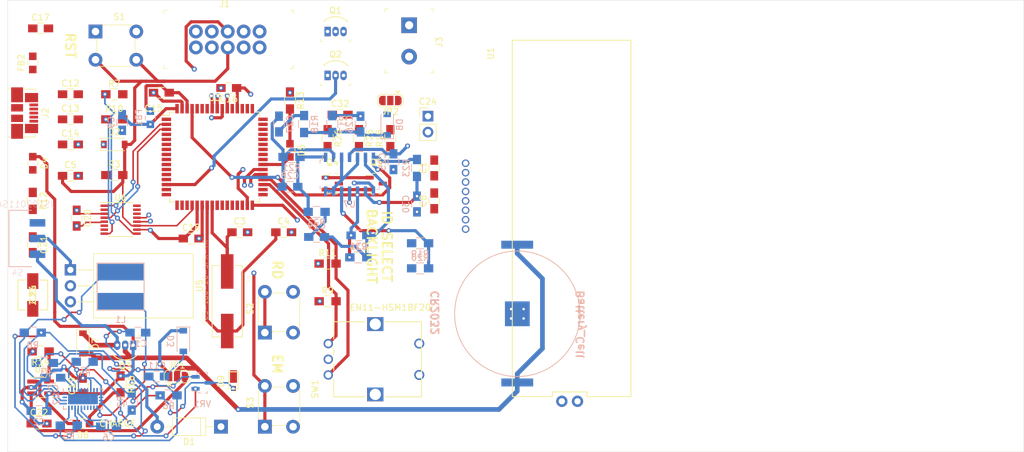
<source format=kicad_pcb>
(kicad_pcb (version 20171130) (host pcbnew "(5.1.4)-1")
  (layers (0 F.Cu signal) (1 In1.Cu power hide) (2 In2.Cu power hide) (31 B.Cu signal hide) (34 B.Paste user hide) (35 F.Paste user hide) (36 B.SilkS user hide) (37 F.SilkS user hide) (38 B.Mask user hide) (39 F.Mask user hide) (44 Edge.Cuts user))
  (net 0 "")
  (net 1 GND)
  (net 2 "Net-(C1-Pad1)")
  (net 3 "Net-(C1-Pad2)")
  (net 4 /USB_VBUS)
  (net 5 "Net-(C3-Pad1)")
  (net 6 "Net-(C4-Pad1)")
  (net 7 /~RESET~)
  (net 8 "Net-(C6-Pad1)")
  (net 9 "Net-(C7-Pad2)")
  (net 10 +3V3)
  (net 11 "Net-(C8-Pad2)")
  (net 12 "Net-(C9-Pad1)")
  (net 13 "Net-(C10-Pad1)")
  (net 14 "Net-(C10-Pad2)")
  (net 15 "Net-(C11-Pad1)")
  (net 16 "Net-(C11-Pad2)")
  (net 17 "Net-(C12-Pad1)")
  (net 18 "Net-(C13-Pad1)")
  (net 19 "Net-(C14-Pad1)")
  (net 20 /VSUPPLY)
  (net 21 /CHARGE_MCP)
  (net 22 /ANTENNA)
  (net 23 "Net-(C26-Pad2)")
  (net 24 "Net-(C27-Pad1)")
  (net 25 PRI_MID)
  (net 26 "Net-(C28-Pad1)")
  (net 27 "Net-(C29-Pad2)")
  (net 28 "Net-(C30-Pad1)")
  (net 29 /DATA_IN_AN)
  (net 30 "Net-(D1-Pad1)")
  (net 31 /CHARGE_LT)
  (net 32 "Net-(D4-Pad2)")
  (net 33 "Net-(D5-Pad1)")
  (net 34 /STAT)
  (net 35 "Net-(D6-Pad1)")
  (net 36 "Net-(D6-Pad2)")
  (net 37 "Net-(J1-Pad9)")
  (net 38 "Net-(J1-Pad5)")
  (net 39 "Net-(J1-Pad3)")
  (net 40 "Net-(J1-Pad1)")
  (net 41 "Net-(J3-Pad1)")
  (net 42 "Net-(Q1-Pad1)")
  (net 43 /OC0)
  (net 44 /DATA_OUT)
  (net 45 "Net-(R1-Pad2)")
  (net 46 "Net-(R4-Pad1)")
  (net 47 /USB_D-)
  (net 48 "Net-(L1-Pad1)")
  (net 49 "Net-(R9-Pad2)")
  (net 50 /USB_D+)
  (net 51 "Net-(R11-Pad2)")
  (net 52 "Net-(R14-Pad1)")
  (net 53 "Net-(R19-Pad2)")
  (net 54 "Net-(S2-Pad1)")
  (net 55 "Net-(S3-Pad1)")
  (net 56 /BKL_SW2)
  (net 57 /DATA_IN_DIG)
  (net 58 /~I2C_RST~)
  (net 59 /I2C_SCL)
  (net 60 /I2C_SDA)
  (net 61 /UART0_RX)
  (net 62 /UART0_TX)
  (net 63 "Net-(Q1-Pad3)")
  (net 64 "Net-(Q2-Pad3)")
  (net 65 "Net-(Q4-Pad2)")
  (net 66 "Net-(D7-Pad1)")
  (net 67 "Net-(BT1-Pad1)")
  (net 68 "Net-(C27-Pad2)")
  (net 69 "Net-(C29-Pad1)")
  (net 70 "Net-(C32-Pad2)")
  (module Capacitors_SMD:C_0805_HandSoldering (layer F.Cu) (at 122 81.25)
    (fp_text reference C32 (at 0 -1.75) (layer F.SilkS))
    (fp_text value 1.5n)
    (pad 1 smd rect (at -1.25 0) (size 1.5 1.25) (layers F.Cu F.Paste F.Mask) (net 1 GND))
    (pad 2 smd rect (at 1.25 0) (size 1.5 1.25) (layers F.Cu F.Paste F.Mask) (net 70 "Net-(C32-Pad2)"))
  )
  (module Housings_QFP:TQFP-64_14x14mm_Pitch0.8mm (layer F.Cu) (at 102 88)
    (fp_text reference U3 (at 0 -9.45) (layer F.SilkS))
    (fp_text value ATmega64A-AU)
    (pad 1 smd rect (at -7.7 -6) (size 1.5 0.55) (layers F.Cu F.Paste F.Mask))
    (pad 2 smd rect (at -7.7 -5.2) (size 1.5 0.55) (layers F.Cu F.Paste F.Mask) (net 61 /UART0_RX))
    (pad 3 smd rect (at -7.7 -4.4) (size 1.5 0.55) (layers F.Cu F.Paste F.Mask) (net 62 /UART0_TX))
    (pad 4 smd rect (at -7.7 -3.6) (size 1.5 0.55) (layers F.Cu F.Paste F.Mask))
    (pad 5 smd rect (at -7.7 -2.8) (size 1.5 0.55) (layers F.Cu F.Paste F.Mask))
    (pad 6 smd rect (at -7.7 -2) (size 1.5 0.55) (layers F.Cu F.Paste F.Mask))
    (pad 7 smd rect (at -7.7 -1.2) (size 1.5 0.55) (layers F.Cu F.Paste F.Mask))
    (pad 8 smd rect (at -7.7 -0.4) (size 1.5 0.55) (layers F.Cu F.Paste F.Mask))
    (pad 9 smd rect (at -7.7 0.4) (size 1.5 0.55) (layers F.Cu F.Paste F.Mask))
    (pad 10 smd rect (at -7.7 1.2) (size 1.5 0.55) (layers F.Cu F.Paste F.Mask))
    (pad 11 smd rect (at -7.7 2) (size 1.5 0.55) (layers F.Cu F.Paste F.Mask))
    (pad 12 smd rect (at -7.7 2.8) (size 1.5 0.55) (layers F.Cu F.Paste F.Mask))
    (pad 13 smd rect (at -7.7 3.6) (size 1.5 0.55) (layers F.Cu F.Paste F.Mask))
    (pad 14 smd rect (at -7.7 4.4) (size 1.5 0.55) (layers F.Cu F.Paste F.Mask) (net 43 /OC0))
    (pad 15 smd rect (at -7.7 5.2) (size 1.5 0.55) (layers F.Cu F.Paste F.Mask))
    (pad 16 smd rect (at -7.7 6) (size 1.5 0.55) (layers F.Cu F.Paste F.Mask))
    (pad 17 smd rect (at -6 7.7 90) (size 1.5 0.55) (layers F.Cu F.Paste F.Mask))
    (pad 18 smd rect (at -5.2 7.7 90) (size 1.5 0.55) (layers F.Cu F.Paste F.Mask))
    (pad 19 smd rect (at -4.4 7.7 90) (size 1.5 0.55) (layers F.Cu F.Paste F.Mask))
    (pad 20 smd rect (at -3.6 7.7 90) (size 1.5 0.55) (layers F.Cu F.Paste F.Mask) (net 7 /~RESET~))
    (pad 21 smd rect (at -2.8 7.7 90) (size 1.5 0.55) (layers F.Cu F.Paste F.Mask) (net 10 +3V3))
    (pad 22 smd rect (at -2 7.7 90) (size 1.5 0.55) (layers F.Cu F.Paste F.Mask) (net 1 GND))
    (pad 23 smd rect (at -1.2 7.7 90) (size 1.5 0.55) (layers F.Cu F.Paste F.Mask) (net 6 "Net-(C4-Pad1)"))
    (pad 24 smd rect (at -0.4 7.7 90) (size 1.5 0.55) (layers F.Cu F.Paste F.Mask) (net 5 "Net-(C3-Pad1)"))
    (pad 25 smd rect (at 0.4 7.7 90) (size 1.5 0.55) (layers F.Cu F.Paste F.Mask) (net 59 /I2C_SCL))
    (pad 26 smd rect (at 1.2 7.7 90) (size 1.5 0.55) (layers F.Cu F.Paste F.Mask) (net 60 /I2C_SDA))
    (pad 27 smd rect (at 2 7.7 90) (size 1.5 0.55) (layers F.Cu F.Paste F.Mask) (net 58 /~I2C_RST~))
    (pad 28 smd rect (at 2.8 7.7 90) (size 1.5 0.55) (layers F.Cu F.Paste F.Mask))
    (pad 29 smd rect (at 3.6 7.7 90) (size 1.5 0.55) (layers F.Cu F.Paste F.Mask))
    (pad 30 smd rect (at 4.4 7.7 90) (size 1.5 0.55) (layers F.Cu F.Paste F.Mask))
    (pad 31 smd rect (at 5.2 7.7 90) (size 1.5 0.55) (layers F.Cu F.Paste F.Mask) (net 57 /DATA_IN_DIG))
    (pad 32 smd rect (at 6 7.7 90) (size 1.5 0.55) (layers F.Cu F.Paste F.Mask) (net 44 /DATA_OUT))
    (pad 33 smd rect (at 7.7 6) (size 1.5 0.55) (layers F.Cu F.Paste F.Mask))
    (pad 34 smd rect (at 7.7 5.2) (size 1.5 0.55) (layers F.Cu F.Paste F.Mask))
    (pad 35 smd rect (at 7.7 4.4) (size 1.5 0.55) (layers F.Cu F.Paste F.Mask) (net 49 "Net-(R9-Pad2)"))
    (pad 36 smd rect (at 7.7 3.6) (size 1.5 0.55) (layers F.Cu F.Paste F.Mask) (net 51 "Net-(R11-Pad2)"))
    (pad 37 smd rect (at 7.7 2.8) (size 1.5 0.55) (layers F.Cu F.Paste F.Mask) (net 54 "Net-(S2-Pad1)"))
    (pad 38 smd rect (at 7.7 2) (size 1.5 0.55) (layers F.Cu F.Paste F.Mask) (net 55 "Net-(S3-Pad1)"))
    (pad 39 smd rect (at 7.7 1.2) (size 1.5 0.55) (layers F.Cu F.Paste F.Mask) (net 34 /STAT))
    (pad 40 smd rect (at 7.7 0.4) (size 1.5 0.55) (layers F.Cu F.Paste F.Mask))
    (pad 41 smd rect (at 7.7 -0.4) (size 1.5 0.55) (layers F.Cu F.Paste F.Mask))
    (pad 42 smd rect (at 7.7 -1.2) (size 1.5 0.55) (layers F.Cu F.Paste F.Mask))
    (pad 43 smd rect (at 7.7 -2) (size 1.5 0.55) (layers F.Cu F.Paste F.Mask))
    (pad 44 smd rect (at 7.7 -2.8) (size 1.5 0.55) (layers F.Cu F.Paste F.Mask))
    (pad 45 smd rect (at 7.7 -3.6) (size 1.5 0.55) (layers F.Cu F.Paste F.Mask))
    (pad 46 smd rect (at 7.7 -4.4) (size 1.5 0.55) (layers F.Cu F.Paste F.Mask))
    (pad 47 smd rect (at 7.7 -5.2) (size 1.5 0.55) (layers F.Cu F.Paste F.Mask))
    (pad 48 smd rect (at 7.7 -6) (size 1.5 0.55) (layers F.Cu F.Paste F.Mask))
    (pad 49 smd rect (at 6 -7.7 90) (size 1.5 0.55) (layers F.Cu F.Paste F.Mask))
    (pad 50 smd rect (at 5.2 -7.7 90) (size 1.5 0.55) (layers F.Cu F.Paste F.Mask))
    (pad 51 smd rect (at 4.4 -7.7 90) (size 1.5 0.55) (layers F.Cu F.Paste F.Mask))
    (pad 52 smd rect (at 3.6 -7.7 90) (size 1.5 0.55) (layers F.Cu F.Paste F.Mask) (net 10 +3V3))
    (pad 53 smd rect (at 2.8 -7.7 90) (size 1.5 0.55) (layers F.Cu F.Paste F.Mask) (net 1 GND))
    (pad 54 smd rect (at 2 -7.7 90) (size 1.5 0.55) (layers F.Cu F.Paste F.Mask) (net 37 "Net-(J1-Pad9)"))
    (pad 55 smd rect (at 1.2 -7.7 90) (size 1.5 0.55) (layers F.Cu F.Paste F.Mask) (net 39 "Net-(J1-Pad3)"))
    (pad 56 smd rect (at 0.4 -7.7 90) (size 1.5 0.55) (layers F.Cu F.Paste F.Mask) (net 38 "Net-(J1-Pad5)"))
    (pad 57 smd rect (at -0.4 -7.7 90) (size 1.5 0.55) (layers F.Cu F.Paste F.Mask) (net 40 "Net-(J1-Pad1)"))
    (pad 58 smd rect (at -1.2 -7.7 90) (size 1.5 0.55) (layers F.Cu F.Paste F.Mask))
    (pad 59 smd rect (at -2 -7.7 90) (size 1.5 0.55) (layers F.Cu F.Paste F.Mask))
    (pad 60 smd rect (at -2.8 -7.7 90) (size 1.5 0.55) (layers F.Cu F.Paste F.Mask))
    (pad 61 smd rect (at -3.6 -7.7 90) (size 1.5 0.55) (layers F.Cu F.Paste F.Mask) (net 29 /DATA_IN_AN))
    (pad 62 smd rect (at -4.4 -7.7 90) (size 1.5 0.55) (layers F.Cu F.Paste F.Mask) (net 10 +3V3))
    (pad 63 smd rect (at -5.2 -7.7 90) (size 1.5 0.55) (layers F.Cu F.Paste F.Mask) (net 1 GND))
    (pad 64 smd rect (at -6 -7.7 90) (size 1.5 0.55) (layers F.Cu F.Paste F.Mask) (net 12 "Net-(C9-Pad1)"))
  )
  (module digikey-footprints:PinHeader_2x5_P2.54mm_Drill1.2mm (layer F.Cu) (at 99 68)
    (fp_text reference J1 (at 4.6 -4.4) (layer F.SilkS))
    (fp_text value AVR-JTAG-10)
    (pad 10 thru_hole circle (at 10.16 2.54) (size 2.2 2.2) (drill 1.2) (layers *.Cu *.Mask) (net 1 GND))
    (pad 9 thru_hole circle (at 10.16 0) (size 2.2 2.2) (drill 1.2) (layers *.Cu *.Mask) (net 37 "Net-(J1-Pad9)"))
    (pad 8 thru_hole circle (at 7.62 2.54) (size 2.2 2.2) (drill 1.2) (layers *.Cu *.Mask))
    (pad 7 thru_hole circle (at 7.62 0) (size 2.2 2.2) (drill 1.2) (layers *.Cu *.Mask) (net 10 +3V3))
    (pad 6 thru_hole circle (at 5.08 2.54) (size 2.2 2.2) (drill 1.2) (layers *.Cu *.Mask) (net 7 /~RESET~))
    (pad 5 thru_hole circle (at 5.08 0) (size 2.2 2.2) (drill 1.2) (layers *.Cu *.Mask) (net 38 "Net-(J1-Pad5)"))
    (pad 4 thru_hole circle (at 2.54 2.54) (size 2.2 2.2) (drill 1.2) (layers *.Cu *.Mask) (net 10 +3V3))
    (pad 3 thru_hole circle (at 2.54 0) (size 2.2 2.2) (drill 1.2) (layers *.Cu *.Mask) (net 39 "Net-(J1-Pad3)"))
    (pad 2 thru_hole circle (at 0 2.54) (size 2.2 2.2) (drill 1.2) (layers *.Cu *.Mask) (net 1 GND))
    (pad 1 thru_hole circle (at 0 0) (size 2.2 2.2) (drill 1.2) (layers *.Cu *.Mask) (net 40 "Net-(J1-Pad1)"))
  )
  (module rfid-footprints:KEYSTONE-3034 (layer B.Cu) (at 150.25 113 90)
    (fp_text reference BT1 hide)
    (fp_text value Battery_Cell (at -7.25 10.75 90) (layer B.SilkS) (effects (font (size 1.2065 1.2065) (thickness 0.2413)) (justify right bottom mirror)))
    (fp_text user CR2032 (at -3.5 -12.4 90) (layer B.SilkS) (effects (font (size 1.2065 1.2065) (thickness 0.254)) (justify right bottom mirror)))
    (pad 2 smd rect (at 0 0 90) (size 3.96 3.96) (layers B.Cu B.Paste B.Mask) (net 1 GND))
    (pad 1 smd rect (at 11.016353 -0.02345 90) (size 1.27 5.08) (layers B.Cu B.Paste B.Mask) (net 67 "Net-(BT1-Pad1)"))
    (pad 1 smd rect (at -10.946678 -0.016131 90) (size 1.27 5.08) (layers B.Cu B.Paste B.Mask) (net 67 "Net-(BT1-Pad1)"))
  )
  (module Capacitors_SMD:C_0805_HandSoldering (layer F.Cu) (at 137 89.75 90)
    (fp_text reference C1 (at 0 -1.75 90) (layer F.SilkS))
    (fp_text value 0.47u)
    (pad 1 smd rect (at -1.25 0 90) (size 1.5 1.25) (layers F.Cu F.Paste F.Mask) (net 2 "Net-(C1-Pad1)"))
    (pad 2 smd rect (at 1.25 0 90) (size 1.5 1.25) (layers F.Cu F.Paste F.Mask) (net 3 "Net-(C1-Pad2)"))
  )
  (module Capacitors_SMD:C_0805_HandSoldering (layer B.Cu) (at 74 128.5)
    (fp_text reference C2 (at 0 1.75 -180) (layer B.SilkS) (effects (justify mirror)))
    (fp_text value 1n)
    (pad 1 smd rect (at -1.25 0) (size 1.5 1.25) (layers B.Cu B.Paste B.Mask) (net 1 GND))
    (pad 2 smd rect (at 1.25 0) (size 1.5 1.25) (layers B.Cu B.Paste B.Mask) (net 4 /USB_VBUS))
  )
  (module Capacitors_SMD:C_0805_HandSoldering (layer F.Cu) (at 106 100)
    (fp_text reference C3 (at 0 -1.75) (layer F.SilkS))
    (fp_text value 22p)
    (pad 1 smd rect (at -1.25 0) (size 1.5 1.25) (layers F.Cu F.Paste F.Mask) (net 5 "Net-(C3-Pad1)"))
    (pad 2 smd rect (at 1.25 0) (size 1.5 1.25) (layers F.Cu F.Paste F.Mask) (net 1 GND))
  )
  (module Capacitors_SMD:C_0805_HandSoldering (layer F.Cu) (at 113 100)
    (fp_text reference C4 (at 0 -1.75) (layer F.SilkS))
    (fp_text value 22p)
    (pad 1 smd rect (at -1.25 0) (size 1.5 1.25) (layers F.Cu F.Paste F.Mask) (net 6 "Net-(C4-Pad1)"))
    (pad 2 smd rect (at 1.25 0) (size 1.5 1.25) (layers F.Cu F.Paste F.Mask) (net 1 GND))
  )
  (module Capacitors_SMD:C_0805_HandSoldering (layer F.Cu) (at 79 91)
    (fp_text reference C5 (at 0 -1.75) (layer F.SilkS))
    (fp_text value 0.1u)
    (pad 1 smd rect (at -1.25 0) (size 1.5 1.25) (layers F.Cu F.Paste F.Mask) (net 7 /~RESET~))
    (pad 2 smd rect (at 1.25 0) (size 1.5 1.25) (layers F.Cu F.Paste F.Mask) (net 1 GND))
  )
  (module Capacitors_SMD:C_0805_HandSoldering (layer B.Cu) (at 85.09 130.937)
    (fp_text reference C6 (at 0 1.75) (layer B.SilkS) (effects (justify mirror)))
    (fp_text value 1u)
    (pad 1 smd rect (at -1.25 0) (size 1.5 1.25) (layers B.Cu B.Paste B.Mask) (net 8 "Net-(C6-Pad1)"))
    (pad 2 smd rect (at 1.25 0) (size 1.5 1.25) (layers B.Cu B.Paste B.Mask) (net 1 GND))
  )
  (module Capacitors_SMD:C_0805_HandSoldering (layer B.Cu) (at 76.2 123.19)
    (fp_text reference C7 (at 0 1.75 -180) (layer B.SilkS) (effects (justify mirror)))
    (fp_text value 1n)
    (pad 1 smd rect (at -1.25 0) (size 1.5 1.25) (layers B.Cu B.Paste B.Mask) (net 1 GND))
    (pad 2 smd rect (at 1.25 0) (size 1.5 1.25) (layers B.Cu B.Paste B.Mask) (net 9 "Net-(C7-Pad2)"))
  )
  (module Capacitors_SMD:C_0805_HandSoldering (layer F.Cu) (at 137 95 90)
    (fp_text reference C8 (at 0 -1.75 90) (layer F.SilkS))
    (fp_text value 1u)
    (pad 1 smd rect (at -1.25 0 90) (size 1.5 1.25) (layers F.Cu F.Paste F.Mask) (net 10 +3V3))
    (pad 2 smd rect (at 1.25 0 90) (size 1.5 1.25) (layers F.Cu F.Paste F.Mask) (net 11 "Net-(C8-Pad2)"))
  )
  (module Capacitors_SMD:C_0805_HandSoldering (layer B.Cu) (at 87.25 82.5 270)
    (fp_text reference C9 (at 0 1.75 270) (layer B.SilkS) (effects (justify mirror)))
    (fp_text value 0.1u)
    (pad 1 smd rect (at -1.25 0 270) (size 1.5 1.25) (layers B.Cu B.Paste B.Mask) (net 12 "Net-(C9-Pad1)"))
    (pad 2 smd rect (at 1.25 0 270) (size 1.5 1.25) (layers B.Cu B.Paste B.Mask) (net 1 GND))
  )
  (module Capacitors_SMD:C_0805_HandSoldering (layer B.Cu) (at 89.75 116)
    (fp_text reference C10 (at 0 1.75 -180) (layer B.SilkS) (effects (justify mirror)))
    (fp_text value 0.1u)
    (pad 1 smd rect (at -1.25 0) (size 1.5 1.25) (layers B.Cu B.Paste B.Mask) (net 13 "Net-(C10-Pad1)"))
    (pad 2 smd rect (at 1.25 0) (size 1.5 1.25) (layers B.Cu B.Paste B.Mask) (net 14 "Net-(C10-Pad2)"))
  )
  (module Capacitors_SMD:C_0805_HandSoldering (layer B.Cu) (at 92.75 123 180)
    (fp_text reference C11 (at 0 1.75 180) (layer B.SilkS) (effects (justify mirror)))
    (fp_text value 10p)
    (pad 1 smd rect (at -1.25 0 180) (size 1.5 1.25) (layers B.Cu B.Paste B.Mask) (net 15 "Net-(C11-Pad1)"))
    (pad 2 smd rect (at 1.25 0 180) (size 1.5 1.25) (layers B.Cu B.Paste B.Mask) (net 16 "Net-(C11-Pad2)"))
  )
  (module Capacitors_SMD:C_0805_HandSoldering (layer F.Cu) (at 79 78)
    (fp_text reference C12 (at 0 -1.75) (layer F.SilkS))
    (fp_text value 10n)
    (pad 1 smd rect (at -1.25 0) (size 1.5 1.25) (layers F.Cu F.Paste F.Mask) (net 17 "Net-(C12-Pad1)"))
    (pad 2 smd rect (at 1.25 0) (size 1.5 1.25) (layers F.Cu F.Paste F.Mask) (net 1 GND))
  )
  (module Capacitors_SMD:C_0805_HandSoldering (layer F.Cu) (at 79 82)
    (fp_text reference C13 (at 0 -1.75) (layer F.SilkS))
    (fp_text value 47p)
    (pad 1 smd rect (at -1.25 0) (size 1.5 1.25) (layers F.Cu F.Paste F.Mask) (net 18 "Net-(C13-Pad1)"))
    (pad 2 smd rect (at 1.25 0) (size 1.5 1.25) (layers F.Cu F.Paste F.Mask) (net 1 GND))
  )
  (module Capacitors_SMD:C_0805_HandSoldering (layer F.Cu) (at 79 86)
    (fp_text reference C14 (at 0 -1.75) (layer F.SilkS))
    (fp_text value 47p)
    (pad 1 smd rect (at -1.25 0) (size 1.5 1.25) (layers F.Cu F.Paste F.Mask) (net 19 "Net-(C14-Pad1)"))
    (pad 2 smd rect (at 1.25 0) (size 1.5 1.25) (layers F.Cu F.Paste F.Mask) (net 1 GND))
  )
  (module Capacitors_SMD:C_0805_HandSoldering (layer F.Cu) (at 93.5 77.75 180)
    (fp_text reference C15 (at 1.25 -2.5) (layer F.SilkS))
    (fp_text value 0.1u)
    (pad 1 smd rect (at -1.25 0 180) (size 1.5 1.25) (layers F.Cu F.Paste F.Mask) (net 10 +3V3))
    (pad 2 smd rect (at 1.25 0 180) (size 1.5 1.25) (layers F.Cu F.Paste F.Mask) (net 1 GND))
  )
  (module Capacitors_SMD:C_0805_HandSoldering (layer F.Cu) (at 104.25 77 180)
    (fp_text reference C16 (at 0 -1.75) (layer F.SilkS))
    (fp_text value 0.1u)
    (pad 1 smd rect (at -1.25 0 180) (size 1.5 1.25) (layers F.Cu F.Paste F.Mask) (net 10 +3V3))
    (pad 2 smd rect (at 1.25 0 180) (size 1.5 1.25) (layers F.Cu F.Paste F.Mask) (net 1 GND))
  )
  (module Capacitors_SMD:C_0805_HandSoldering (layer F.Cu) (at 74.25 67.5)
    (fp_text reference C17 (at 0 -1.75) (layer F.SilkS))
    (fp_text value 0.1u)
    (pad 1 smd rect (at -1.25 0) (size 1.5 1.25) (layers F.Cu F.Paste F.Mask) (net 4 /USB_VBUS))
    (pad 2 smd rect (at 1.25 0) (size 1.5 1.25) (layers F.Cu F.Paste F.Mask) (net 1 GND))
  )
  (module Capacitors_SMD:C_0805_HandSoldering (layer F.Cu) (at 98.25 101)
    (fp_text reference C18 (at 0 -1.75) (layer F.SilkS))
    (fp_text value 0.1u)
    (pad 1 smd rect (at -1.25 0) (size 1.5 1.25) (layers F.Cu F.Paste F.Mask) (net 10 +3V3))
    (pad 2 smd rect (at 1.25 0) (size 1.5 1.25) (layers F.Cu F.Paste F.Mask) (net 1 GND))
  )
  (module Capacitors_SMD:C_0805_HandSoldering (layer F.Cu) (at 81 124.5 90)
    (fp_text reference C19 (at 0 -1.75 90) (layer F.SilkS))
    (fp_text value 4.7u)
    (pad 1 smd rect (at -1.25 0 90) (size 1.5 1.25) (layers F.Cu F.Paste F.Mask) (net 4 /USB_VBUS))
    (pad 2 smd rect (at 1.25 0 90) (size 1.5 1.25) (layers F.Cu F.Paste F.Mask) (net 1 GND))
  )
  (module Capacitors_SMD:C_0805_HandSoldering (layer F.Cu) (at 80 97.75 270)
    (fp_text reference C20 (at 0 -1.75 90) (layer F.SilkS))
    (fp_text value 0.1u)
    (pad 1 smd rect (at -1.25 0 270) (size 1.5 1.25) (layers F.Cu F.Paste F.Mask) (net 10 +3V3))
    (pad 2 smd rect (at 1.25 0 270) (size 1.5 1.25) (layers F.Cu F.Paste F.Mask) (net 1 GND))
  )
  (module Capacitors_SMD:C_0805_HandSoldering (layer F.Cu) (at 73 102 270)
    (fp_text reference C21 (at 0 -1.75 90) (layer F.SilkS))
    (fp_text value 0.1u)
    (pad 1 smd rect (at -1.25 0 270) (size 1.5 1.25) (layers F.Cu F.Paste F.Mask) (net 20 /VSUPPLY))
    (pad 2 smd rect (at 1.25 0 270) (size 1.5 1.25) (layers F.Cu F.Paste F.Mask) (net 1 GND))
  )
  (module Capacitors_SMD:C_0805_HandSoldering (layer F.Cu) (at 74 130.5)
    (fp_text reference C22 (at 0 -1.75) (layer F.SilkS))
    (fp_text value 4.7u)
    (pad 1 smd rect (at -1.25 0) (size 1.5 1.25) (layers F.Cu F.Paste F.Mask) (net 21 /CHARGE_MCP))
    (pad 2 smd rect (at 1.25 0) (size 1.5 1.25) (layers F.Cu F.Paste F.Mask) (net 1 GND))
  )
  (module rfid-footprints:EEE-1VA2R2NR (layer F.Cu) (at 73 110 90)
    (fp_text reference C23 (at 0 0 90) (layer F.SilkS))
    (fp_text value 2.2u (at 0 0 90) (layer F.SilkS))
    (fp_text user * (at 0 0 90) (layer F.SilkS))
    (pad 2 smd rect (at 2.2098 0 90) (size 2.5146 1.778) (layers F.Cu F.Paste F.Mask) (net 1 GND))
    (pad 1 smd rect (at -2.2098 0 90) (size 2.5146 1.778) (layers F.Cu F.Paste F.Mask) (net 10 +3V3))
  )
  (module Socket_Strips:Socket_Strip_Straight_1x02_Pitch2.54mm (layer F.Cu) (at 136 81.5)
    (fp_text reference C24 (at 0 -2.33) (layer F.SilkS))
    (fp_text value 1.8n)
    (pad 1 thru_hole rect (at 0 0) (size 1.7 1.7) (drill 1) (layers *.Cu *.Mask) (net 1 GND))
    (pad 2 thru_hole oval (at 0 2.54) (size 1.7 1.7) (drill 1) (layers *.Cu *.Mask) (net 22 /ANTENNA))
  )
  (module Capacitors_SMD:C_0805_HandSoldering (layer B.Cu) (at 130.5 88.75 270)
    (fp_text reference C25 (at 0 1.75 90) (layer B.SilkS) (effects (justify mirror)))
    (fp_text value 0.1u)
    (pad 1 smd rect (at -1.25 0 270) (size 1.5 1.25) (layers B.Cu B.Paste B.Mask) (net 10 +3V3))
    (pad 2 smd rect (at 1.25 0 270) (size 1.5 1.25) (layers B.Cu B.Paste B.Mask) (net 1 GND))
  )
  (module Capacitors_SMD:C_0805_HandSoldering (layer B.Cu) (at 125.25 82.75 270)
    (fp_text reference C26 (at 0 1.75 90) (layer B.SilkS) (effects (justify mirror)))
    (fp_text value 1n)
    (pad 1 smd rect (at -1.25 0 270) (size 1.5 1.25) (layers B.Cu B.Paste B.Mask) (net 1 GND))
    (pad 2 smd rect (at 1.25 0 270) (size 1.5 1.25) (layers B.Cu B.Paste B.Mask) (net 23 "Net-(C26-Pad2)"))
  )
  (module Capacitors_SMD:C_0805_HandSoldering (layer B.Cu) (at 112.25 82.75 90)
    (fp_text reference C27 (at 0 1.75 90) (layer B.SilkS) (effects (justify mirror)))
    (fp_text value 0.47u)
    (pad 1 smd rect (at -1.25 0 90) (size 1.5 1.25) (layers B.Cu B.Paste B.Mask) (net 24 "Net-(C27-Pad1)"))
    (pad 2 smd rect (at 1.25 0 90) (size 1.5 1.25) (layers B.Cu B.Paste B.Mask) (net 68 "Net-(C27-Pad2)"))
  )
  (module Capacitors_SMD:C_0805_HandSoldering (layer B.Cu) (at 114 92.75 180)
    (fp_text reference C28 (at 0 1.75) (layer B.SilkS) (effects (justify mirror)))
    (fp_text value 470p)
    (pad 1 smd rect (at -1.25 0 180) (size 1.5 1.25) (layers B.Cu B.Paste B.Mask) (net 26 "Net-(C28-Pad1)"))
    (pad 2 smd rect (at 1.25 0 180) (size 1.5 1.25) (layers B.Cu B.Paste B.Mask) (net 68 "Net-(C27-Pad2)"))
  )
  (module Capacitors_SMD:C_0805_HandSoldering (layer B.Cu) (at 118.25 100.75 180)
    (fp_text reference C29 (at 0 1.75) (layer B.SilkS) (effects (justify mirror)))
    (fp_text value 0.47u)
    (pad 1 smd rect (at -1.25 0 180) (size 1.5 1.25) (layers B.Cu B.Paste B.Mask) (net 69 "Net-(C29-Pad1)"))
    (pad 2 smd rect (at 1.25 0 180) (size 1.5 1.25) (layers B.Cu B.Paste B.Mask) (net 27 "Net-(C29-Pad2)"))
  )
  (module Capacitors_SMD:C_0805_HandSoldering (layer B.Cu) (at 134.25 95.5 270)
    (fp_text reference C30 (at 0 1.75 270) (layer B.SilkS) (effects (justify mirror)))
    (fp_text value 10n)
    (pad 1 smd rect (at -1.25 0 270) (size 1.5 1.25) (layers B.Cu B.Paste B.Mask) (net 28 "Net-(C30-Pad1)"))
    (pad 2 smd rect (at 1.25 0 270) (size 1.5 1.25) (layers B.Cu B.Paste B.Mask) (net 1 GND))
  )
  (module Capacitors_SMD:C_0805_HandSoldering (layer B.Cu) (at 125 100.5)
    (fp_text reference C31 (at 0 1.75) (layer B.SilkS) (effects (justify mirror)))
    (fp_text value 470p)
    (pad 1 smd rect (at -1.25 0) (size 1.5 1.25) (layers B.Cu B.Paste B.Mask) (net 29 /DATA_IN_AN))
    (pad 2 smd rect (at 1.25 0) (size 1.5 1.25) (layers B.Cu B.Paste B.Mask) (net 69 "Net-(C29-Pad1)"))
  )
  (module Diodes_THT:D_DO-41_SOD81_P10.16mm_Horizontal (layer F.Cu) (at 103 131 180)
    (fp_text reference D1 (at 5.08 -2.41) (layer F.SilkS))
    (fp_text value 1N5817)
    (pad 1 thru_hole rect (at 0 0 180) (size 2.2 2.2) (drill 1.1) (layers *.Cu *.Mask) (net 30 "Net-(D1-Pad1)"))
    (pad 2 thru_hole oval (at 10.16 0 180) (size 2.2 2.2) (drill 1.1) (layers *.Cu *.Mask) (net 4 /USB_VBUS))
  )
  (module Diodes_SMD:D_SOD-123 (layer F.Cu) (at 86 86)
    (fp_text reference D2 (at 0 -2) (layer F.SilkS))
    (fp_text value 1N4148W)
    (pad 1 smd rect (at -1.65 0) (size 0.9 1.2) (layers F.Cu F.Paste F.Mask) (net 10 +3V3))
    (pad 2 smd rect (at 1.65 0) (size 0.9 1.2) (layers F.Cu F.Paste F.Mask) (net 7 /~RESET~))
  )
  (module Diodes_SMD:D_SOD-123 (layer B.Cu) (at 97 117.35 270)
    (fp_text reference D3 (at 0 2 90) (layer B.SilkS) (effects (justify mirror)))
    (fp_text value 1N4148W)
    (pad 1 smd rect (at -1.65 0 270) (size 0.9 1.2) (layers B.Cu B.Paste B.Mask) (net 31 /CHARGE_LT))
    (pad 2 smd rect (at 1.65 0 270) (size 0.9 1.2) (layers B.Cu B.Paste B.Mask) (net 15 "Net-(C11-Pad1)"))
  )
  (module digikey-footprints:0805 (layer F.Cu) (at 73 89 270)
    (fp_text reference D4 (at 0 -1.84 90) (layer F.SilkS))
    (fp_text value LTST-C171KRKT)
    (pad 1 smd rect (at -1.05 0 270) (size 1.2 1.2) (layers F.Cu F.Paste F.Mask) (net 4 /USB_VBUS))
    (pad 2 smd rect (at 1.05 0 270) (size 1.2 1.2) (layers F.Cu F.Paste F.Mask) (net 32 "Net-(D4-Pad2)"))
  )
  (module digikey-footprints:0805 (layer F.Cu) (at 114 86.95 270)
    (fp_text reference D5 (at 0 -1.84 90) (layer F.SilkS))
    (fp_text value LTST-C171KRKT)
    (pad 1 smd rect (at -1.05 0 270) (size 1.2 1.2) (layers F.Cu F.Paste F.Mask) (net 33 "Net-(D5-Pad1)"))
    (pad 2 smd rect (at 1.05 0 270) (size 1.2 1.2) (layers F.Cu F.Paste F.Mask) (net 34 /STAT))
  )
  (module digikey-footprints:0805 (layer F.Cu) (at 81 130.5 180)
    (fp_text reference D6 (at 0 -1.84) (layer F.SilkS))
    (fp_text value LTST-C171KRKT)
    (pad 1 smd rect (at -1.05 0 180) (size 1.2 1.2) (layers F.Cu F.Paste F.Mask) (net 35 "Net-(D6-Pad1)"))
    (pad 2 smd rect (at 1.05 0 180) (size 1.2 1.2) (layers F.Cu F.Paste F.Mask) (net 36 "Net-(D6-Pad2)"))
  )
  (module Diodes_SMD:D_SOD-123 (layer F.Cu) (at 81 117.75 270)
    (fp_text reference D7 (at 0 -2 90) (layer F.SilkS))
    (fp_text value 1N4148W)
    (pad 1 smd rect (at -1.65 0 270) (size 0.9 1.2) (layers F.Cu F.Paste F.Mask) (net 66 "Net-(D7-Pad1)"))
    (pad 2 smd rect (at 1.65 0 270) (size 0.9 1.2) (layers F.Cu F.Paste F.Mask) (net 67 "Net-(BT1-Pad1)"))
  )
  (module Diodes_SMD:D_SOD-123 (layer B.Cu) (at 129.5 82.85 90)
    (fp_text reference D8 (at 0 2 270) (layer B.SilkS) (effects (justify mirror)))
    (fp_text value 1N4148W)
    (pad 1 smd rect (at -1.65 0 90) (size 0.9 1.2) (layers B.Cu B.Paste B.Mask) (net 23 "Net-(C26-Pad2)"))
    (pad 2 smd rect (at 1.65 0 90) (size 0.9 1.2) (layers B.Cu B.Paste B.Mask) (net 22 /ANTENNA))
  )
  (module rfid-footprints:DO-219AD (layer F.Cu) (at 105 123 270)
    (fp_text reference D9 (at 0.75 2 90) (layer F.SilkS))
    (fp_text value D_TVS)
    (pad 2 smd rect (at 1.9 0 270) (size 0.8 0.8) (layers F.Cu F.Paste F.Mask) (net 1 GND))
    (pad 1 smd rect (at 0 0 270) (size 2 1.1) (layers F.Cu F.Paste F.Mask) (net 22 /ANTENNA))
  )
  (module digikey-footprints:0805 (layer B.Cu) (at 91.75 81.75 270)
    (fp_text reference FB1 (at 0 1.84 90) (layer B.SilkS) (effects (justify mirror)))
    (fp_text value BLM21PG331SN1D)
    (pad 1 smd rect (at -1.05 0 270) (size 1.2 1.2) (layers B.Cu B.Paste B.Mask) (net 10 +3V3))
    (pad 2 smd rect (at 1.05 0 270) (size 1.2 1.2) (layers B.Cu B.Paste B.Mask) (net 12 "Net-(C9-Pad1)"))
  )
  (module digikey-footprints:0805 (layer F.Cu) (at 73 73 90)
    (fp_text reference FB2 (at 0 -1.84 90) (layer F.SilkS))
    (fp_text value BLM21PG331SN1D)
    (pad 1 smd rect (at -1.05 0 90) (size 1.2 1.2) (layers F.Cu F.Paste F.Mask) (net 17 "Net-(C12-Pad1)"))
    (pad 2 smd rect (at 1.05 0 90) (size 1.2 1.2) (layers F.Cu F.Paste F.Mask) (net 4 /USB_VBUS))
  )
  (module Connectors_USB:USB_Micro-B_Molex_47346-0001 (layer F.Cu) (at 70.5 81 270)
    (fp_text reference J2 (at 0 -4.5 270) (layer F.SilkS))
    (fp_text value Micro_USB)
    (pad 1 smd rect (at -1.3 -2.66 270) (size 0.45 1.38) (layers F.Cu F.Paste F.Mask) (net 17 "Net-(C12-Pad1)"))
    (pad 2 smd rect (at -0.65 -2.66 270) (size 0.45 1.38) (layers F.Cu F.Paste F.Mask) (net 18 "Net-(C13-Pad1)"))
    (pad 3 smd rect (at 0 -2.66 270) (size 0.45 1.38) (layers F.Cu F.Paste F.Mask) (net 19 "Net-(C14-Pad1)"))
    (pad 4 smd rect (at 0.65 -2.66 270) (size 0.45 1.38) (layers F.Cu F.Paste F.Mask))
    (pad 5 smd rect (at 1.3 -2.66 270) (size 0.45 1.38) (layers F.Cu F.Paste F.Mask) (net 1 GND))
    (pad 6 smd rect (at -2.4625 -2.3 270) (size 1.475 2.1) (layers F.Cu F.Paste F.Mask) (net 1 GND))
    (pad 6 smd rect (at 2.4625 -2.3 270) (size 1.475 2.1) (layers F.Cu F.Paste F.Mask) (net 1 GND))
    (pad 6 smd rect (at -2.91 0 270) (size 2.375 1.9) (layers F.Cu F.Paste F.Mask) (net 1 GND))
    (pad 6 smd rect (at 2.91 0 270) (size 2.375 1.9) (layers F.Cu F.Paste F.Mask) (net 1 GND))
    (pad 6 smd rect (at -0.84 0 270) (size 1.175 1.9) (layers F.Cu F.Paste F.Mask) (net 1 GND))
    (pad 6 smd rect (at 0.84 0 270) (size 1.175 1.9) (layers F.Cu F.Paste F.Mask) (net 1 GND))
  )
  (module digikey-footprints:Term_Block_1x2_P5mm (layer F.Cu) (at 133 67 270)
    (fp_text reference J3 (at 2.7 -4.8 90) (layer F.SilkS))
    (fp_text value OSTTC020162)
    (pad 2 thru_hole circle (at 5 0 270) (size 2.5 2.5) (drill 1.3) (layers *.Cu *.Mask) (net 22 /ANTENNA))
    (pad 1 thru_hole rect (at 0 0 270) (size 2.5 2.5) (drill 1.3) (layers *.Cu *.Mask) (net 41 "Net-(J3-Pad1)"))
  )
  (module Jumper:SolderJumper-3_P1.3mm_Open_RoundedPad1.0x1.5mm (layer F.Cu) (at 96 123)
    (fp_text reference JP1 (at 0 -1.8) (layer F.SilkS))
    (fp_text value CHARGE_SELECT)
    (pad 2 smd rect (at 0 0) (size 1 1.5) (layers F.Cu F.Mask) (net 67 "Net-(BT1-Pad1)"))
    (pad 3 smd custom (at 1.3 0) (size 1 0.5) (layers F.Cu F.Mask) (net 21 /CHARGE_MCP) (options (clearance outline) (anchor rect)) (primitives (gr_circle (center 0 0.25) (end 0.5 0.25) (width 0)) (gr_circle (center 0 -0.25) (end 0.5 -0.25) (width 0)) (gr_poly (pts (xy -0.55 -0.75) (xy 0 -0.75) (xy 0 0.75) (xy -0.55 0.75)) (width 0))))
    (pad 1 smd custom (at -1.3 0) (size 1 0.5) (layers F.Cu F.Mask) (net 31 /CHARGE_LT) (options (clearance outline) (anchor rect)) (primitives (gr_circle (center 0 0.25) (end 0.5 0.25) (width 0)) (gr_circle (center 0 -0.25) (end 0.5 -0.25) (width 0)) (gr_poly (pts (xy 0.55 -0.75) (xy 0 -0.75) (xy 0 0.75) (xy 0.55 0.75)) (width 0))))
  )
  (module Jumper:SolderJumper-3_P1.3mm_Open_RoundedPad1.0x1.5mm (layer F.Cu) (at 130 79 180)
    (fp_text reference JP2 (at 0 -1.8) (layer F.SilkS))
    (fp_text value ANT_SELECT)
    (pad 2 smd rect (at 0 0 180) (size 1 1.5) (layers F.Cu F.Mask) (net 70 "Net-(C32-Pad2)"))
    (pad 3 smd custom (at 1.3 0 180) (size 1 0.5) (layers F.Cu F.Mask) (net 41 "Net-(J3-Pad1)") (options (clearance outline) (anchor rect)) (primitives (gr_circle (center 0 0.25) (end 0.5 0.25) (width 0)) (gr_circle (center 0 -0.25) (end 0.5 -0.25) (width 0)) (gr_poly (pts (xy -0.55 -0.75) (xy 0 -0.75) (xy 0 0.75) (xy -0.55 0.75)) (width 0))))
    (pad 1 smd custom (at -1.3 0 180) (size 1 0.5) (layers F.Cu F.Mask) (options (clearance outline) (anchor rect)) (primitives (gr_circle (center 0 0.25) (end 0.5 0.25) (width 0)) (gr_circle (center 0 -0.25) (end 0.5 -0.25) (width 0)) (gr_poly (pts (xy 0.55 -0.75) (xy 0 -0.75) (xy 0 0.75) (xy 0.55 0.75)) (width 0))))
  )
  (module digikey-footprints:TO-92-3 (layer F.Cu) (at 120 68)
    (fp_text reference Q1 (at 1.27 -3.35) (layer F.SilkS))
    (fp_text value 2N3904)
    (pad 1 thru_hole rect (at 0 0 180) (size 1 1.5) (drill 0.55) (layers *.Cu *.Mask) (net 42 "Net-(Q1-Pad1)"))
    (pad 3 thru_hole oval (at 2.54 0 180) (size 1 1.5) (drill 0.55) (layers *.Cu *.Mask) (net 63 "Net-(Q1-Pad3)"))
    (pad 2 thru_hole oval (at 1.27 0 180) (size 1 1.5) (drill 0.55) (layers *.Cu *.Mask) (net 43 /OC0))
  )
  (module digikey-footprints:TO-92-3 (layer F.Cu) (at 120 75)
    (fp_text reference Q2 (at 1.27 -3.35) (layer F.SilkS))
    (fp_text value 2N3906)
    (pad 1 thru_hole rect (at 0 0 180) (size 1 1.5) (drill 0.55) (layers *.Cu *.Mask) (net 42 "Net-(Q1-Pad1)"))
    (pad 3 thru_hole oval (at 2.54 0 180) (size 1 1.5) (drill 0.55) (layers *.Cu *.Mask) (net 64 "Net-(Q2-Pad3)"))
    (pad 2 thru_hole oval (at 1.27 0 180) (size 1 1.5) (drill 0.55) (layers *.Cu *.Mask) (net 43 /OC0))
  )
  (module digikey-footprints:TO-92-3 (layer F.Cu) (at 89 118 180)
    (fp_text reference Q3 (at 1.27 -3.35) (layer F.SilkS))
    (fp_text value 2N3906)
    (pad 1 thru_hole rect (at 0 0) (size 1 1.5) (drill 0.55) (layers *.Cu *.Mask) (net 4 /USB_VBUS))
    (pad 3 thru_hole oval (at 2.54 0) (size 1 1.5) (drill 0.55) (layers *.Cu *.Mask) (net 66 "Net-(D7-Pad1)"))
    (pad 2 thru_hole oval (at 1.27 0) (size 1 1.5) (drill 0.55) (layers *.Cu *.Mask) (net 67 "Net-(BT1-Pad1)"))
  )
  (module Resistors_SMD:R_0805_HandSoldering (layer B.Cu) (at 74.93 120.8405)
    (fp_text reference R1 (at 0 1.7 -180) (layer B.SilkS) (effects (justify mirror)))
    (fp_text value 10k)
    (pad 1 smd rect (at -1.35 0) (size 1.5 1.3) (layers B.Cu B.Paste B.Mask) (net 30 "Net-(D1-Pad1)"))
    (pad 2 smd rect (at 1.35 0) (size 1.5 1.3) (layers B.Cu B.Paste B.Mask) (net 45 "Net-(R1-Pad2)"))
  )
  (module Resistors_SMD:R_0805_HandSoldering (layer B.Cu) (at 88.773 127 270)
    (fp_text reference R2 (at 0 1.7 270) (layer B.SilkS) (effects (justify mirror)))
    (fp_text value 10k)
    (pad 1 smd rect (at -1.35 0 270) (size 1.5 1.3) (layers B.Cu B.Paste B.Mask) (net 45 "Net-(R1-Pad2)"))
    (pad 2 smd rect (at 1.35 0 270) (size 1.5 1.3) (layers B.Cu B.Paste B.Mask) (net 1 GND))
  )
  (module Resistors_SMD:R_0805_HandSoldering (layer F.Cu) (at 86.000627 90.883707)
    (fp_text reference R3 (at 0 -1.7) (layer F.SilkS))
    (fp_text value 4.7k)
    (pad 1 smd rect (at -1.35 0) (size 1.5 1.3) (layers F.Cu F.Paste F.Mask) (net 10 +3V3))
    (pad 2 smd rect (at 1.35 0) (size 1.5 1.3) (layers F.Cu F.Paste F.Mask) (net 7 /~RESET~))
  )
  (module Resistors_SMD:R_0805_HandSoldering (layer B.Cu) (at 81.28 120.65)
    (fp_text reference R4 (at 0 1.7 -180) (layer B.SilkS) (effects (justify mirror)))
    (fp_text value 60.4k)
    (pad 1 smd rect (at -1.35 0) (size 1.5 1.3) (layers B.Cu B.Paste B.Mask) (net 46 "Net-(R4-Pad1)"))
    (pad 2 smd rect (at 1.35 0) (size 1.5 1.3) (layers B.Cu B.Paste B.Mask) (net 1 GND))
  )
  (module Resistors_SMD:R_0805_HandSoldering (layer B.Cu) (at 78.74 130.81)
    (fp_text reference R5 (at 0 1.7 -180) (layer B.SilkS) (effects (justify mirror)))
    (fp_text value 1M)
    (pad 2 smd rect (at 1.35 0) (size 1.5 1.3) (layers B.Cu B.Paste B.Mask) (net 15 "Net-(C11-Pad1)"))
    (pad 1 smd rect (at -1.35 0) (size 1.5 1.3) (layers B.Cu B.Paste B.Mask) (net 16 "Net-(C11-Pad2)"))
  )
  (module Resistors_SMD:R_0805_HandSoldering (layer B.Cu) (at 94.65 126)
    (fp_text reference R6 (at 0 1.7 -180) (layer B.SilkS) (effects (justify mirror)))
    (fp_text value 243k)
    (pad 1 smd rect (at -1.35 0) (size 1.5 1.3) (layers B.Cu B.Paste B.Mask) (net 1 GND))
    (pad 2 smd rect (at 1.35 0) (size 1.5 1.3) (layers B.Cu B.Paste B.Mask) (net 16 "Net-(C11-Pad2)"))
  )
  (module Resistors_SMD:R_0805_HandSoldering (layer F.Cu) (at 86 78)
    (fp_text reference R7 (at 0 -1.7) (layer F.SilkS))
    (fp_text value 27)
    (pad 1 smd rect (at -1.35 0) (size 1.5 1.3) (layers F.Cu F.Paste F.Mask) (net 47 /USB_D-))
    (pad 2 smd rect (at 1.35 0) (size 1.5 1.3) (layers F.Cu F.Paste F.Mask) (net 18 "Net-(C13-Pad1)"))
  )
  (module Resistors_SMD:R_0805_HandSoldering (layer B.Cu) (at 73 116 180)
    (fp_text reference R8 (at 0 -2 180) (layer B.SilkS) (effects (justify mirror)))
    (fp_text value 8m)
    (pad 1 smd rect (at -1.35 0 180) (size 1.5 1.3) (layers B.Cu B.Paste B.Mask) (net 15 "Net-(C11-Pad1)"))
    (pad 2 smd rect (at 1.35 0 180) (size 1.5 1.3) (layers B.Cu B.Paste B.Mask) (net 48 "Net-(L1-Pad1)"))
  )
  (module Resistors_SMD:R_0805_HandSoldering (layer F.Cu) (at 120 111)
    (fp_text reference R9 (at 0 -1.7) (layer F.SilkS))
    (fp_text value 10k)
    (pad 1 smd rect (at -1.35 0) (size 1.5 1.3) (layers F.Cu F.Paste F.Mask) (net 10 +3V3))
    (pad 2 smd rect (at 1.35 0) (size 1.5 1.3) (layers F.Cu F.Paste F.Mask) (net 49 "Net-(R9-Pad2)"))
  )
  (module Resistors_SMD:R_0805_HandSoldering (layer F.Cu) (at 86 82)
    (fp_text reference R10 (at 0 -1.7) (layer F.SilkS))
    (fp_text value 27)
    (pad 1 smd rect (at -1.35 0) (size 1.5 1.3) (layers F.Cu F.Paste F.Mask) (net 50 /USB_D+))
    (pad 2 smd rect (at 1.35 0) (size 1.5 1.3) (layers F.Cu F.Paste F.Mask) (net 19 "Net-(C14-Pad1)"))
  )
  (module Resistors_SMD:R_0805_HandSoldering (layer F.Cu) (at 120 105)
    (fp_text reference R11 (at 0 -1.7) (layer F.SilkS))
    (fp_text value 10k)
    (pad 1 smd rect (at -1.35 0) (size 1.5 1.3) (layers F.Cu F.Paste F.Mask) (net 10 +3V3))
    (pad 2 smd rect (at 1.35 0) (size 1.5 1.3) (layers F.Cu F.Paste F.Mask) (net 51 "Net-(R11-Pad2)"))
  )
  (module Resistors_SMD:R_0805_HandSoldering (layer F.Cu) (at 73 95 270)
    (fp_text reference R12 (at 0 -1.7 90) (layer F.SilkS))
    (fp_text value 220k)
    (pad 1 smd rect (at -1.35 0 270) (size 1.5 1.3) (layers F.Cu F.Paste F.Mask) (net 32 "Net-(D4-Pad2)"))
    (pad 2 smd rect (at 1.35 0 270) (size 1.5 1.3) (layers F.Cu F.Paste F.Mask) (net 1 GND))
  )
  (module Resistors_SMD:R_0805_HandSoldering (layer F.Cu) (at 114 79 270)
    (fp_text reference R13 (at 0 -1.7 90) (layer F.SilkS))
    (fp_text value 220)
    (pad 1 smd rect (at -1.35 0 270) (size 1.5 1.3) (layers F.Cu F.Paste F.Mask) (net 10 +3V3))
    (pad 2 smd rect (at 1.35 0 270) (size 1.5 1.3) (layers F.Cu F.Paste F.Mask) (net 33 "Net-(D5-Pad1)"))
  )
  (module Resistors_SMD:R_0805_HandSoldering (layer F.Cu) (at 74.25 119 180)
    (fp_text reference R14 (at 0 -1.7) (layer F.SilkS))
    (fp_text value 47k)
    (pad 1 smd rect (at -1.35 0 180) (size 1.5 1.3) (layers F.Cu F.Paste F.Mask) (net 52 "Net-(R14-Pad1)"))
    (pad 2 smd rect (at 1.35 0 180) (size 1.5 1.3) (layers F.Cu F.Paste F.Mask) (net 1 GND))
  )
  (module Resistors_SMD:R_0805_HandSoldering (layer F.Cu) (at 130 85 90)
    (fp_text reference R15 (at 0 -1.7 90) (layer F.SilkS))
    (fp_text value 10)
    (pad 1 smd rect (at -1.35 0 90) (size 1.5 1.3) (layers F.Cu F.Paste F.Mask) (net 70 "Net-(C32-Pad2)"))
    (pad 2 smd rect (at 1.35 0 90) (size 1.5 1.3) (layers F.Cu F.Paste F.Mask) (net 42 "Net-(Q1-Pad1)"))
  )
  (module Resistors_SMD:R_0805_HandSoldering (layer F.Cu) (at 87 124.25 270)
    (fp_text reference R16 (at 0 -1.7 90) (layer F.SilkS))
    (fp_text value 220)
    (pad 1 smd rect (at -1.35 0 270) (size 1.5 1.3) (layers F.Cu F.Paste F.Mask) (net 4 /USB_VBUS))
    (pad 2 smd rect (at 1.35 0 270) (size 1.5 1.3) (layers F.Cu F.Paste F.Mask) (net 35 "Net-(D6-Pad1)"))
  )
  (module Resistors_SMD:R_0805_HandSoldering (layer B.Cu) (at 120.75 82.75 90)
    (fp_text reference R17 (at 0 1.7 90) (layer B.SilkS) (effects (justify mirror)))
    (fp_text value 560k)
    (pad 1 smd rect (at -1.35 0 90) (size 1.5 1.3) (layers B.Cu B.Paste B.Mask) (net 23 "Net-(C26-Pad2)"))
    (pad 2 smd rect (at 1.35 0 90) (size 1.5 1.3) (layers B.Cu B.Paste B.Mask) (net 1 GND))
  )
  (module Resistors_SMD:R_0805_HandSoldering (layer B.Cu) (at 116.25 82.75 90)
    (fp_text reference R18 (at 0 1.7 90) (layer B.SilkS) (effects (justify mirror)))
    (fp_text value 4.7k)
    (pad 1 smd rect (at -1.35 0 90) (size 1.5 1.3) (layers B.Cu B.Paste B.Mask) (net 23 "Net-(C26-Pad2)"))
    (pad 2 smd rect (at 1.35 0 90) (size 1.5 1.3) (layers B.Cu B.Paste B.Mask) (net 24 "Net-(C27-Pad1)"))
  )
  (module Resistors_SMD:R_0805_HandSoldering (layer B.Cu) (at 134.75 101.75)
    (fp_text reference R19 (at 0 1.7) (layer B.SilkS) (effects (justify mirror)))
    (fp_text value 100k)
    (pad 1 smd rect (at -1.35 0) (size 1.5 1.3) (layers B.Cu B.Paste B.Mask) (net 10 +3V3))
    (pad 2 smd rect (at 1.35 0) (size 1.5 1.3) (layers B.Cu B.Paste B.Mask) (net 53 "Net-(R19-Pad2)"))
  )
  (module Resistors_SMD:R_0805_HandSoldering (layer B.Cu) (at 134.75 105.75 180)
    (fp_text reference R20 (at 0 1.7) (layer B.SilkS) (effects (justify mirror)))
    (fp_text value 100k)
    (pad 1 smd rect (at -1.35 0 180) (size 1.5 1.3) (layers B.Cu B.Paste B.Mask) (net 53 "Net-(R19-Pad2)"))
    (pad 2 smd rect (at 1.35 0 180) (size 1.5 1.3) (layers B.Cu B.Paste B.Mask) (net 1 GND))
  )
  (module Resistors_SMD:R_0805_HandSoldering (layer B.Cu) (at 114.25 88)
    (fp_text reference R21 (at 0 1.7) (layer B.SilkS) (effects (justify mirror)))
    (fp_text value 47k)
    (pad 1 smd rect (at -1.35 0) (size 1.5 1.3) (layers B.Cu B.Paste B.Mask) (net 68 "Net-(C27-Pad2)"))
    (pad 2 smd rect (at 1.35 0) (size 1.5 1.3) (layers B.Cu B.Paste B.Mask) (net 26 "Net-(C28-Pad1)"))
  )
  (module Resistors_SMD:R_0805_HandSoldering (layer B.Cu) (at 118.25 96.75)
    (fp_text reference R22 (at 0 1.7) (layer B.SilkS) (effects (justify mirror)))
    (fp_text value 4.7k)
    (pad 1 smd rect (at -1.35 0) (size 1.5 1.3) (layers B.Cu B.Paste B.Mask) (net 26 "Net-(C28-Pad1)"))
    (pad 2 smd rect (at 1.35 0) (size 1.5 1.3) (layers B.Cu B.Paste B.Mask) (net 27 "Net-(C29-Pad2)"))
  )
  (module Resistors_SMD:R_0805_HandSoldering (layer B.Cu) (at 134.25 89.75 270)
    (fp_text reference R23 (at 0 1.7 270) (layer B.SilkS) (effects (justify mirror)))
    (fp_text value 10k)
    (pad 1 smd rect (at -1.35 0 270) (size 1.5 1.3) (layers B.Cu B.Paste B.Mask) (net 29 /DATA_IN_AN))
    (pad 2 smd rect (at 1.35 0 270) (size 1.5 1.3) (layers B.Cu B.Paste B.Mask) (net 28 "Net-(C30-Pad1)"))
  )
  (module Resistors_SMD:R_0805_HandSoldering (layer B.Cu) (at 124.9 104 180)
    (fp_text reference R24 (at 0 1.7) (layer B.SilkS) (effects (justify mirror)))
    (fp_text value 47k)
    (pad 1 smd rect (at -1.35 0 180) (size 1.5 1.3) (layers B.Cu B.Paste B.Mask) (net 69 "Net-(C29-Pad1)"))
    (pad 2 smd rect (at 1.35 0 180) (size 1.5 1.3) (layers B.Cu B.Paste B.Mask) (net 29 /DATA_IN_AN))
  )
  (module digikey-footprints:Switch_Tactile_THT_6x6mm (layer F.Cu) (at 83 68)
    (fp_text reference S1 (at 3.81 -2.3368) (layer F.SilkS))
    (fp_text value 1825910-6)
    (pad 3 thru_hole circle (at 0 4.5) (size 2.2 2.2) (drill 1.2) (layers *.Cu *.Mask) (net 7 /~RESET~))
    (pad 4 thru_hole circle (at 6.5 4.5) (size 2.2 2.2) (drill 1.2) (layers *.Cu *.Mask) (net 7 /~RESET~))
    (pad 2 thru_hole circle (at 6.5 0) (size 2.2 2.2) (drill 1.2) (layers *.Cu *.Mask) (net 1 GND))
    (pad 1 thru_hole rect (at 0 0) (size 2.2 2.2) (drill 1.2) (layers *.Cu *.Mask) (net 1 GND))
  )
  (module digikey-footprints:Switch_Tactile_THT_6x6mm (layer F.Cu) (at 110 116 90)
    (fp_text reference S2 (at 3.81 -2.3368 90) (layer F.SilkS))
    (fp_text value 1825910-6)
    (pad 3 thru_hole circle (at 0 4.5 90) (size 2.2 2.2) (drill 1.2) (layers *.Cu *.Mask) (net 1 GND))
    (pad 4 thru_hole circle (at 6.5 4.5 90) (size 2.2 2.2) (drill 1.2) (layers *.Cu *.Mask) (net 1 GND))
    (pad 2 thru_hole circle (at 6.5 0 90) (size 2.2 2.2) (drill 1.2) (layers *.Cu *.Mask) (net 54 "Net-(S2-Pad1)"))
    (pad 1 thru_hole rect (at 0 0 90) (size 2.2 2.2) (drill 1.2) (layers *.Cu *.Mask) (net 54 "Net-(S2-Pad1)"))
  )
  (module digikey-footprints:Switch_Tactile_THT_6x6mm (layer F.Cu) (at 110 131 90)
    (fp_text reference S3 (at 3.81 -2.3368 90) (layer F.SilkS))
    (fp_text value 1825910-6)
    (pad 3 thru_hole circle (at 0 4.5 90) (size 2.2 2.2) (drill 1.2) (layers *.Cu *.Mask) (net 1 GND))
    (pad 4 thru_hole circle (at 6.5 4.5 90) (size 2.2 2.2) (drill 1.2) (layers *.Cu *.Mask) (net 1 GND))
    (pad 2 thru_hole circle (at 6.5 0 90) (size 2.2 2.2) (drill 1.2) (layers *.Cu *.Mask) (net 55 "Net-(S3-Pad1)"))
    (pad 1 thru_hole rect (at 0 0 90) (size 2.2 2.2) (drill 1.2) (layers *.Cu *.Mask) (net 55 "Net-(S3-Pad1)"))
  )
  (module rfid-footprints:NHD-C0216CiZ (layer F.Cu) (at 142 89 270)
    (fp_text reference U1 (at -17.5 -4 90) (layer F.SilkS))
    (fp_text value NHD-C0216CiZ-FSW-FBW-3V3)
    (pad K thru_hole circle (at 37.95 -17.84 270) (size 1.8 1.8) (drill 1) (layers *.Cu *.Mask) (net 1 GND))
    (pad A thru_hole circle (at 37.95 -15.34 270) (size 1.8 1.8) (drill 1) (layers *.Cu *.Mask) (net 56 /BKL_SW2))
    (pad 1 thru_hole circle (at 10.5 0 270) (size 1.2 1.2) (drill 0.8) (layers *.Cu *.Mask) (net 58 /~I2C_RST~))
    (pad 2 thru_hole circle (at 9 0 270) (size 1.2 1.2) (drill 0.8) (layers *.Cu *.Mask) (net 59 /I2C_SCL))
    (pad 3 thru_hole circle (at 7.5 0 270) (size 1.2 1.2) (drill 0.8) (layers *.Cu *.Mask) (net 60 /I2C_SDA))
    (pad 4 thru_hole circle (at 6 0 270) (size 1.2 1.2) (drill 0.8) (layers *.Cu *.Mask) (net 1 GND))
    (pad 5 thru_hole circle (at 4.5 0 270) (size 1.2 1.2) (drill 0.8) (layers *.Cu *.Mask) (net 10 +3V3))
    (pad 6 thru_hole circle (at 3 0 270) (size 1.2 1.2) (drill 0.8) (layers *.Cu *.Mask) (net 11 "Net-(C8-Pad2)"))
    (pad 7 thru_hole circle (at 1.5 0 270) (size 1.2 1.2) (drill 0.8) (layers *.Cu *.Mask) (net 2 "Net-(C1-Pad1)"))
    (pad 8 thru_hole circle (at 0 0 270) (size 1.2 1.2) (drill 0.8) (layers *.Cu *.Mask) (net 3 "Net-(C1-Pad2)"))
  )
  (module Housings_DFN_QFN:QFN-28-1EP_3x6mm_Pitch0.5mm (layer B.Cu) (at 81 126.575 270)
    (fp_text reference U2 (at 0 4.25 90) (layer B.SilkS) (effects (justify mirror)))
    (fp_text value LT8613)
    (pad 1 smd rect (at -1.4 2.25 270) (size 0.7 0.25) (layers B.Cu B.Paste B.Mask))
    (pad 2 smd rect (at -1.4 1.75 270) (size 0.7 0.25) (layers B.Cu B.Paste B.Mask) (net 9 "Net-(C7-Pad2)"))
    (pad 3 smd rect (at -1.4 1.25 270) (size 0.7 0.25) (layers B.Cu B.Paste B.Mask) (net 46 "Net-(R4-Pad1)"))
    (pad 4 smd rect (at -1.4 0.75 270) (size 0.7 0.25) (layers B.Cu B.Paste B.Mask) (net 30 "Net-(D1-Pad1)"))
    (pad 5 smd rect (at -1.4 0.25 270) (size 0.7 0.25) (layers B.Cu B.Paste B.Mask) (net 30 "Net-(D1-Pad1)"))
    (pad 6 smd rect (at -1.4 -0.25 270) (size 0.7 0.25) (layers B.Cu B.Paste B.Mask))
    (pad 7 smd rect (at -1.4 -0.75 270) (size 0.7 0.25) (layers B.Cu B.Paste B.Mask))
    (pad 8 smd rect (at -1.4 -1.25 270) (size 0.7 0.25) (layers B.Cu B.Paste B.Mask) (net 1 GND))
    (pad 9 smd rect (at -1.4 -1.75 270) (size 0.7 0.25) (layers B.Cu B.Paste B.Mask))
    (pad 10 smd rect (at -1.4 -2.25 270) (size 0.7 0.25) (layers B.Cu B.Paste B.Mask))
    (pad 11 smd rect (at -0.75 -2.9 180) (size 0.7 0.25) (layers B.Cu B.Paste B.Mask) (net 1 GND))
    (pad 12 smd rect (at -0.25 -2.9 180) (size 0.7 0.25) (layers B.Cu B.Paste B.Mask) (net 1 GND))
    (pad 13 smd rect (at 0.25 -2.9 180) (size 0.7 0.25) (layers B.Cu B.Paste B.Mask) (net 1 GND))
    (pad 14 smd rect (at 0.75 -2.9 180) (size 0.7 0.25) (layers B.Cu B.Paste B.Mask) (net 1 GND))
    (pad 15 smd rect (at 1.4 -2.25 270) (size 0.7 0.25) (layers B.Cu B.Paste B.Mask) (net 14 "Net-(C10-Pad2)"))
    (pad 16 smd rect (at 1.4 -1.75 270) (size 0.7 0.25) (layers B.Cu B.Paste B.Mask))
    (pad 17 smd rect (at 1.4 -1.25 270) (size 0.7 0.25) (layers B.Cu B.Paste B.Mask))
    (pad 18 smd rect (at 1.4 -0.75 270) (size 0.7 0.25) (layers B.Cu B.Paste B.Mask))
    (pad 19 smd rect (at 1.4 -0.25 270) (size 0.7 0.25) (layers B.Cu B.Paste B.Mask))
    (pad 20 smd rect (at 1.4 0.25 270) (size 0.7 0.25) (layers B.Cu B.Paste B.Mask) (net 13 "Net-(C10-Pad1)"))
    (pad 21 smd rect (at 1.4 0.75 270) (size 0.7 0.25) (layers B.Cu B.Paste B.Mask) (net 8 "Net-(C6-Pad1)"))
    (pad 22 smd rect (at 1.4 1.25 270) (size 0.7 0.25) (layers B.Cu B.Paste B.Mask) (net 15 "Net-(C11-Pad1)"))
    (pad 23 smd rect (at 1.4 1.75 270) (size 0.7 0.25) (layers B.Cu B.Paste B.Mask))
    (pad 24 smd rect (at 1.4 2.25 270) (size 0.7 0.25) (layers B.Cu B.Paste B.Mask) (net 16 "Net-(C11-Pad2)"))
    (pad 25 smd rect (at 0.75 2.9 180) (size 0.7 0.25) (layers B.Cu B.Paste B.Mask) (net 48 "Net-(L1-Pad1)"))
    (pad 26 smd rect (at 0.25 2.9 180) (size 0.7 0.25) (layers B.Cu B.Paste B.Mask) (net 15 "Net-(C11-Pad1)"))
    (pad 27 smd rect (at -0.25 2.9 180) (size 0.7 0.25) (layers B.Cu B.Paste B.Mask))
    (pad 28 smd rect (at -0.75 2.9 180) (size 0.7 0.25) (layers B.Cu B.Paste B.Mask))
    (pad 29 smd rect (at 0.425 -1.78125 270) (size 0.85 1.1875) (layers B.Cu B.Paste B.Mask))
    (pad 29 smd rect (at 0.425 -0.59375 270) (size 0.85 1.1875) (layers B.Cu B.Paste B.Mask))
    (pad 29 smd rect (at 0.425 0.59375 270) (size 0.85 1.1875) (layers B.Cu B.Paste B.Mask))
    (pad 29 smd rect (at 0.425 1.78125 270) (size 0.85 1.1875) (layers B.Cu B.Paste B.Mask))
    (pad 29 smd rect (at -0.425 -1.78125 270) (size 0.85 1.1875) (layers B.Cu B.Paste B.Mask))
    (pad 29 smd rect (at -0.425 -0.59375 270) (size 0.85 1.1875) (layers B.Cu B.Paste B.Mask))
    (pad 29 smd rect (at -0.425 0.59375 270) (size 0.85 1.1875) (layers B.Cu B.Paste B.Mask))
    (pad 29 smd rect (at -0.425 1.78125 270) (size 0.85 1.1875) (layers B.Cu B.Paste B.Mask))
  )
  (module TO_SOT_Packages_SMD:SOT-23-5_HandSoldering (layer F.Cu) (at 74.25 124.75)
    (fp_text reference U4 (at 0 -2.9) (layer F.SilkS))
    (fp_text value MCP73832-2-OT)
    (pad 1 smd rect (at -1.35 -0.95) (size 1.56 0.65) (layers F.Cu F.Paste F.Mask) (net 36 "Net-(D6-Pad2)"))
    (pad 2 smd rect (at -1.35 0) (size 1.56 0.65) (layers F.Cu F.Paste F.Mask) (net 1 GND))
    (pad 3 smd rect (at -1.35 0.95) (size 1.56 0.65) (layers F.Cu F.Paste F.Mask) (net 21 /CHARGE_MCP))
    (pad 4 smd rect (at 1.35 0.95) (size 1.56 0.65) (layers F.Cu F.Paste F.Mask) (net 4 /USB_VBUS))
    (pad 5 smd rect (at 1.35 -0.95) (size 1.56 0.65) (layers F.Cu F.Paste F.Mask) (net 52 "Net-(R14-Pad1)"))
  )
  (module TO_SOT_Packages_THT:TO-220-3_Horizontal (layer F.Cu) (at 79 106 270)
    (fp_text reference U5 (at 2.54 -20.58 90) (layer F.SilkS))
    (fp_text value LF33_TO252)
    (pad 0 np_thru_hole oval (at 2.54 -16.66 270) (size 3.5 3.5) (drill 3.5) (layers *.Cu *.Mask))
    (pad 1 thru_hole rect (at 0 0 270) (size 1.8 1.8) (drill 1) (layers *.Cu *.Mask) (net 20 /VSUPPLY))
    (pad 2 thru_hole oval (at 2.54 0 270) (size 1.8 1.8) (drill 1) (layers *.Cu *.Mask) (net 1 GND))
    (pad 3 thru_hole oval (at 5.08 0 270) (size 1.8 1.8) (drill 1) (layers *.Cu *.Mask) (net 10 +3V3))
  )
  (module Package_SO:SSOP-16_3.9x4.9mm_P0.635mm (layer F.Cu) (at 87 98)
    (fp_text reference U6 (at 0 -3.5) (layer F.SilkS))
    (fp_text value FT230XS)
    (pad 16 smd rect (at 2.6 -2.2225) (size 1.2 0.4) (layers F.Cu F.Paste F.Mask))
    (pad 15 smd rect (at 2.6 -1.5875) (size 1.2 0.4) (layers F.Cu F.Paste F.Mask))
    (pad 14 smd rect (at 2.6 -0.9525) (size 1.2 0.4) (layers F.Cu F.Paste F.Mask))
    (pad 13 smd rect (at 2.6 -0.3175) (size 1.2 0.4) (layers F.Cu F.Paste F.Mask) (net 1 GND))
    (pad 12 smd rect (at 2.6 0.3175) (size 1.2 0.4) (layers F.Cu F.Paste F.Mask) (net 10 +3V3))
    (pad 11 smd rect (at 2.6 0.9525) (size 1.2 0.4) (layers F.Cu F.Paste F.Mask) (net 7 /~RESET~))
    (pad 10 smd rect (at 2.6 1.5875) (size 1.2 0.4) (layers F.Cu F.Paste F.Mask) (net 10 +3V3))
    (pad 9 smd rect (at 2.6 2.2225) (size 1.2 0.4) (layers F.Cu F.Paste F.Mask) (net 47 /USB_D-))
    (pad 8 smd rect (at -2.6 2.2225) (size 1.2 0.4) (layers F.Cu F.Paste F.Mask) (net 50 /USB_D+))
    (pad 7 smd rect (at -2.6 1.5875) (size 1.2 0.4) (layers F.Cu F.Paste F.Mask))
    (pad 6 smd rect (at -2.6 0.9525) (size 1.2 0.4) (layers F.Cu F.Paste F.Mask))
    (pad 5 smd rect (at -2.6 0.3175) (size 1.2 0.4) (layers F.Cu F.Paste F.Mask) (net 1 GND))
    (pad 4 smd rect (at -2.6 -0.3175) (size 1.2 0.4) (layers F.Cu F.Paste F.Mask) (net 62 /UART0_TX))
    (pad 3 smd rect (at -2.6 -0.9525) (size 1.2 0.4) (layers F.Cu F.Paste F.Mask) (net 10 +3V3))
    (pad 2 smd rect (at -2.6 -1.5875) (size 1.2 0.4) (layers F.Cu F.Paste F.Mask))
    (pad 1 smd rect (at -2.6 -2.2225) (size 1.2 0.4) (layers F.Cu F.Paste F.Mask) (net 61 /UART0_RX))
  )
  (module digikey-footprints:SOIC-14_W3.9mm (layer B.Cu) (at 123.5 90.75)
    (fp_text reference U7 (at 0 4.79 180) (layer B.SilkS) (effects (justify mirror)))
    (fp_text value LM324DT)
    (pad 14 smd rect (at -3.81 2.7) (size 0.55 1.5) (layers B.Cu B.Paste B.Mask) (net 25 PRI_MID))
    (pad 13 smd rect (at -2.54 2.7) (size 0.55 1.5) (layers B.Cu B.Paste B.Mask) (net 25 PRI_MID))
    (pad 12 smd rect (at -1.27 2.7) (size 0.55 1.5) (layers B.Cu B.Paste B.Mask) (net 53 "Net-(R19-Pad2)"))
    (pad 11 smd rect (at 0 2.7) (size 0.55 1.5) (layers B.Cu B.Paste B.Mask) (net 1 GND))
    (pad 10 smd rect (at 1.27 2.7) (size 0.55 1.5) (layers B.Cu B.Paste B.Mask) (net 29 /DATA_IN_AN))
    (pad 9 smd rect (at 2.54 2.7) (size 0.55 1.5) (layers B.Cu B.Paste B.Mask) (net 28 "Net-(C30-Pad1)"))
    (pad 8 smd rect (at 3.81 2.7) (size 0.55 1.5) (layers B.Cu B.Paste B.Mask) (net 57 /DATA_IN_DIG))
    (pad 7 smd rect (at 3.81 -2.7) (size 0.55 1.5) (layers B.Cu B.Paste B.Mask) (net 29 /DATA_IN_AN))
    (pad 6 smd rect (at 2.54 -2.7) (size 0.55 1.5) (layers B.Cu B.Paste B.Mask) (net 69 "Net-(C29-Pad1)"))
    (pad 5 smd rect (at 1.27 -2.7) (size 0.55 1.5) (layers B.Cu B.Paste B.Mask) (net 25 PRI_MID))
    (pad 4 smd rect (at 0 -2.7) (size 0.55 1.5) (layers B.Cu B.Paste B.Mask) (net 10 +3V3))
    (pad 3 smd rect (at -1.27 -2.7) (size 0.55 1.5) (layers B.Cu B.Paste B.Mask) (net 25 PRI_MID))
    (pad 2 smd rect (at -2.54 -2.7) (size 0.55 1.5) (layers B.Cu B.Paste B.Mask) (net 68 "Net-(C27-Pad2)"))
    (pad 1 smd rect (at -3.81 -2.7) (size 0.55 1.5) (layers B.Cu B.Paste B.Mask) (net 26 "Net-(C28-Pad1)"))
  )
  (module digikey-footprints:SOT-23-3 (layer B.Cu) (at 100 124)
    (fp_text reference VR1 (at 0.025 3.375 -180) (layer B.SilkS) (effects (justify mirror)))
    (fp_text value TL431AIDBZR)
    (pad 1 smd rect (at -1.05 0.95) (size 1.3 0.6) (layers B.Cu B.Paste B.Mask) (net 30 "Net-(D1-Pad1)"))
    (pad 2 smd rect (at -1.05 -0.95) (size 1.3 0.6) (layers B.Cu B.Paste B.Mask) (net 45 "Net-(R1-Pad2)"))
    (pad 3 smd rect (at 1.05 0) (size 1.3 0.6) (layers B.Cu B.Paste B.Mask) (net 1 GND))
  )
  (module rfid-footprints:XTAL_ECS-160-20-5PX-TR (layer F.Cu) (at 104 111 270)
    (fp_text reference Y1 (at -3.53156 -3.55164 90) (layer F.SilkS) (effects (font (size 0.789992 0.789992) (thickness 0.05))))
    (fp_text value ECS-160-20-5PX-TR (at -3.00351 3.50409 90) (layer F.SilkS) (effects (font (size 0.788323 0.788323) (thickness 0.05))))
    (pad 2 smd rect (at 4.75 0 270) (size 5.5 2) (layers F.Cu F.Paste F.Mask) (net 6 "Net-(C4-Pad1)"))
    (pad 1 smd rect (at -4.75 0 270) (size 5.5 2) (layers F.Cu F.Paste F.Mask) (net 5 "Net-(C3-Pad1)"))
  )
  (module Resistors_SMD:R_0805_HandSoldering (layer F.Cu) (at 125 85 270)
    (fp_text reference R25 (at 0 -1.7 90) (layer F.SilkS))
    (fp_text value 100)
    (pad 1 smd rect (at -1.35 0 270) (size 1.5 1.3) (layers F.Cu F.Paste F.Mask) (net 63 "Net-(Q1-Pad3)"))
    (pad 2 smd rect (at 1.35 0 270) (size 1.5 1.3) (layers F.Cu F.Paste F.Mask))
  )
  (module Resistors_SMD:R_0805_HandSoldering (layer F.Cu) (at 120 85 270)
    (fp_text reference R26 (at 0 -1.7 90) (layer F.SilkS))
    (fp_text value 100)
    (pad 1 smd rect (at -1.35 0 270) (size 1.5 1.3) (layers F.Cu F.Paste F.Mask) (net 64 "Net-(Q2-Pad3)"))
    (pad 2 smd rect (at 1.35 0 270) (size 1.5 1.3) (layers F.Cu F.Paste F.Mask) (net 1 GND))
  )
  (module digikey-footprints:SOT-23-3 (layer F.Cu) (at 120.75 92.25)
    (fp_text reference Q4 (at 0.025 -3.375) (layer F.SilkS))
    (fp_text value IRLML6344TRPBF)
    (pad 1 smd rect (at -1.05 -0.95) (size 1.3 0.6) (layers F.Cu F.Paste F.Mask) (net 44 /DATA_OUT))
    (pad 2 smd rect (at -1.05 0.95) (size 1.3 0.6) (layers F.Cu F.Paste F.Mask) (net 65 "Net-(Q4-Pad2)"))
    (pad 3 smd rect (at 1.05 0) (size 1.3 0.6) (layers F.Cu F.Paste F.Mask) (net 22 /ANTENNA))
  )
  (module digikey-footprints:SOT-23-3 (layer F.Cu) (at 127.75 92.25)
    (fp_text reference Q5 (at 0.025 -3.375) (layer F.SilkS))
    (fp_text value IRLML6344TRPBF)
    (pad 1 smd rect (at -1.05 -0.95) (size 1.3 0.6) (layers F.Cu F.Paste F.Mask) (net 44 /DATA_OUT))
    (pad 2 smd rect (at -1.05 0.95) (size 1.3 0.6) (layers F.Cu F.Paste F.Mask) (net 65 "Net-(Q4-Pad2)"))
    (pad 3 smd rect (at 1.05 0) (size 1.3 0.6) (layers F.Cu F.Paste F.Mask) (net 1 GND))
  )
  (module rfid-footprints:CDRH6D28 (layer B.Cu) (at 87 108.675 180)
    (fp_text reference L1 (at 0 -5.25) (layer B.SilkS) (effects (justify mirror)))
    (fp_text value 3.9u)
    (pad 2 smd rect (at 0 -2.325 180) (size 7.3 2.65) (layers B.Cu B.Paste B.Mask) (net 14 "Net-(C10-Pad2)"))
    (pad 1 smd rect (at 0 2.325 180) (size 7.3 2.65) (layers B.Cu B.Paste B.Mask) (net 48 "Net-(L1-Pad1)"))
  )
  (module rfid-footprints:SW_JS102011SAQN (layer B.Cu) (at 71 101 90)
    (fp_text reference S4 (at -5.439 -0.46034 180) (layer B.SilkS) (effects (font (size 1.00073 1.00073) (thickness 0.05)) (justify mirror)))
    (fp_text value JS102011SAQN (at 5.46978 -0.125105 180) (layer B.SilkS) (effects (font (size 1.00087 1.00087) (thickness 0.05)) (justify mirror)))
    (pad Hole np_thru_hole circle (at 3.4 0 90) (size 1 1) (drill 1) (layers *.Cu *.Mask B.SilkS))
    (pad Hole np_thru_hole circle (at -3.4 0 90) (size 1 1) (drill 1) (layers *.Cu *.Mask B.SilkS))
    (pad 3 smd rect (at 2.5 2.75 90) (size 1.2 2.5) (layers B.Cu B.Paste B.Mask))
    (pad 2 smd rect (at 0 2.75 90) (size 1.2 2.5) (layers B.Cu B.Paste B.Mask) (net 20 /VSUPPLY))
    (pad 1 smd rect (at -2.5 2.75 90) (size 1.2 2.5) (layers B.Cu B.Paste B.Mask) (net 66 "Net-(D7-Pad1)"))
  )
  (module rfid-footprints:EN11-HSM1BF20 (layer F.Cu) (at 128 120 270)
    (fp_text reference SW1 (at 5 10 90) (layer F.SilkS))
    (fp_text value EN11-HSM1BF20 (at -8 -2) (layer F.SilkS))
    (pad 7 thru_hole rect (at 5.8507 0.3957 270) (size 2.2 2.5908) (drill 1.8) (layers *.Cu *.Mask))
    (pad 6 thru_hole rect (at -5.3507 0.3957 270) (size 2.2 2.5908) (drill 1.8) (layers *.Cu *.Mask))
    (pad B thru_hole circle (at 2.75 7.8887 270) (size 1.4986 1.4986) (drill 0.9906) (layers *.Cu *.Mask) (net 51 "Net-(R11-Pad2)"))
    (pad C thru_hole circle (at 0.25 7.8887 270) (size 1.4986 1.4986) (drill 0.9906) (layers *.Cu *.Mask) (net 1 GND))
    (pad A thru_hole circle (at -2.25 7.8887 270) (size 1.4986 1.4986) (drill 0.9906) (layers *.Cu *.Mask) (net 49 "Net-(R9-Pad2)"))
    (pad S2 thru_hole circle (at 2.75 -6.6147 270) (size 1.6002 1.6002) (drill 1.0922) (layers *.Cu *.Mask) (net 56 /BKL_SW2))
    (pad S1 thru_hole circle (at -2.25 -6.6147 270) (size 1.6002 1.6002) (drill 1.0922) (layers *.Cu *.Mask) (net 10 +3V3))
  )
  (gr_text CHARGE (at 86.5 130.5) (layer F.SilkS) (effects (font (size 1 1))))
  (gr_text RST (at 79 70.25 270) (layer F.SilkS) (effects (font (size 1.5 1.5) (thickness 0.3))))
  (gr_text "ID SELECT\nBACKLIGHT" (at 128.25 102.25 270) (layer F.SilkS) (effects (font (size 1.5 1.5) (thickness 0.3))))
  (gr_line (start 69 135) (end 69 63) (layer Edge.Cuts) (width 0.05))
  (gr_line (start 231 135) (end 69 135) (layer Edge.Cuts) (width 0.05))
  (gr_line (start 231 63) (end 231 135) (layer Edge.Cuts) (width 0.05))
  (gr_line (start 69 63) (end 231 63) (layer Edge.Cuts) (width 0.05))
  (gr_text EM (at 112 121 270) (layer F.SilkS) (effects (font (size 1.5 1.5) (thickness 0.3))))
  (gr_text RD (at 112 106 270) (layer F.SilkS) (effects (font (size 1.5 1.5) (thickness 0.3))))
  (via (at 104.9655 124.9045) (size 0.8) (drill 0.4) (layers F.Cu B.Cu) (net 1))
  (via (at 94.9325 128.778) (size 0.8) (drill 0.4) (layers F.Cu B.Cu) (net 1))
  (via (at 96.901 127.762) (size 0.8) (drill 0.4) (layers F.Cu B.Cu) (net 1))
  (via (at 88.9635 126.9365) (size 0.8) (drill 0.4) (layers F.Cu B.Cu) (net 45))
  (via (at 92.1385 124.6505) (size 0.8) (drill 0.4) (layers F.Cu B.Cu) (net 45))
  (via (at 95.377 124.5235) (size 0.8) (drill 0.4) (layers F.Cu B.Cu) (net 45))
  (via (at 93.345 126.0475) (size 0.8) (drill 0.4) (layers F.Cu B.Cu) (net 1))
  (via (at 90.932 131.699) (size 0.8) (drill 0.4) (layers F.Cu B.Cu) (net 13))
  (via (at 89.0905 132.461) (size 0.8) (drill 0.4) (layers F.Cu B.Cu) (net 13))
  (via (at 88.8365 123.952) (size 0.8) (drill 0.4) (layers F.Cu B.Cu) (net 13))
  (via (at 85.2805 121.7295) (size 0.8) (drill 0.4) (layers F.Cu B.Cu) (net 13))
  (via (at 84.709 116.586) (size 0.8) (drill 0.4) (layers F.Cu B.Cu) (net 13))
  (via (at 86.8045 115.824) (size 0.8) (drill 0.4) (layers F.Cu B.Cu) (net 13))
  (via (at 98.933 124.968) (size 0.8) (drill 0.4) (layers F.Cu B.Cu) (net 30))
  (via (at 86.995 128.8415) (size 0.8) (drill 0.4) (layers F.Cu B.Cu) (net 30))
  (via (at 88.4555 130.3655) (size 0.8) (drill 0.4) (layers F.Cu B.Cu) (net 30))
  (via (at 84.6455 123.825) (size 0.8) (drill 0.4) (layers F.Cu B.Cu) (net 30))
  (via (at 90.805 121.031) (size 0.8) (drill 0.4) (layers F.Cu B.Cu) (net 14))
  (via (at 76.6445 132.461) (size 0.8) (drill 0.4) (layers F.Cu B.Cu) (net 15))
  (via (at 86.36 121.031) (size 0.8) (drill 0.4) (layers F.Cu B.Cu) (net 15))
  (via (at 77.978 121.4755) (size 0.8) (drill 0.4) (layers F.Cu B.Cu) (net 1))
  (via (at 77.978 113.919) (size 0.8) (drill 0.4) (layers F.Cu B.Cu) (net 48))
  (via (at 80.391 112.776) (size 0.8) (drill 0.4) (layers F.Cu B.Cu) (net 48))
  (via (at 89.789 121.92) (size 0.8) (drill 0.4) (layers F.Cu B.Cu) (net 15))
  (via (at 71.3105 127.0635) (size 0.8) (drill 0.4) (layers F.Cu B.Cu) (net 1))
  (via (at 80.01 121.92) (size 0.8) (drill 0.4) (layers F.Cu B.Cu) (net 30))
  (via (at 77.47 119.38) (size 0.8) (drill 0.4) (layers F.Cu B.Cu) (net 30))
  (segment (start 78.74 120.65) (end 77.47 119.38) (width 0.25) (layer F.Cu) (net 30))
  (via (at 151.25 113.75) (size 0.8) (drill 0.4) (layers F.Cu B.Cu) (net 1))
  (via (at 149.25 113.75) (size 0.8) (drill 0.4) (layers F.Cu B.Cu) (net 1))
  (via (at 151.25 112.25) (size 0.8) (drill 0.4) (layers F.Cu B.Cu) (net 1))
  (via (at 149.25 112.25) (size 0.8) (drill 0.4) (layers F.Cu B.Cu) (net 1))
  (via (at 134.25 96.75) (size 0.8) (drill 0.4) (layers F.Cu B.Cu) (net 1))
  (via (at 130.5 90) (size 0.8) (drill 0.4) (layers F.Cu B.Cu) (net 1))
  (via (at 125.25 81.5) (size 0.8) (drill 0.4) (layers F.Cu B.Cu) (net 1))
  (via (at 73 119) (size 0.8) (drill 0.4) (layers F.Cu B.Cu) (net 1))
  (via (at 72.75 124.75) (size 0.8) (drill 0.4) (layers F.Cu B.Cu) (net 1))
  (via (at 75.25 130.5) (size 0.8) (drill 0.4) (layers F.Cu B.Cu) (net 1))
  (via (at 80 99) (size 0.8) (drill 0.4) (layers F.Cu B.Cu) (net 1))
  (via (at 103 77) (size 0.8) (drill 0.4) (layers F.Cu B.Cu) (net 1))
  (via (at 114.25 100) (size 0.8) (drill 0.4) (layers F.Cu B.Cu) (net 1))
  (via (at 107.25 100) (size 0.8) (drill 0.4) (layers F.Cu B.Cu) (net 1))
  (via (at 87.25 83.75) (size 0.8) (drill 0.4) (layers F.Cu B.Cu) (net 1))
  (via (at 80.25 86) (size 0.8) (drill 0.4) (layers F.Cu B.Cu) (net 1))
  (via (at 80.25 91) (size 0.8) (drill 0.4) (layers F.Cu B.Cu) (net 1))
  (segment (start 96.8 80.3) (end 96.8 79.264998) (width 0.5) (layer F.Cu) (net 1))
  (via (at 92.25 77.75) (size 0.8) (drill 0.4) (layers F.Cu B.Cu) (net 1))
  (segment (start 96.8 79.264998) (end 96.635001 79.099999) (width 0.5) (layer F.Cu) (net 1))
  (segment (start 96.635001 79.099999) (end 93.724999 79.099999) (width 0.5) (layer F.Cu) (net 1))
  (segment (start 93.724999 79.099999) (end 92.375 77.75) (width 0.5) (layer F.Cu) (net 1))
  (segment (start 92.375 77.75) (end 92.25 77.75) (width 0.5) (layer F.Cu) (net 1))
  (segment (start 100 100.5) (end 99.5 101) (width 0.5) (layer F.Cu) (net 1))
  (segment (start 100 95.7) (end 100 100.5) (width 0.5) (layer F.Cu) (net 1))
  (segment (start 99.5 101) (end 99.5 101) (width 0.5) (layer F.Cu) (net 1))
  (via (at 99.5 101) (size 0.8) (drill 0.4) (layers F.Cu B.Cu) (net 1))
  (segment (start 80.875 99) (end 80 99) (width 0.25) (layer F.Cu) (net 1))
  (segment (start 81.447501 98.427499) (end 80.875 99) (width 0.25) (layer F.Cu) (net 1))
  (segment (start 83.822501 98.427499) (end 81.447501 98.427499) (width 0.25) (layer F.Cu) (net 1))
  (segment (start 83.9325 98.3175) (end 83.822501 98.427499) (width 0.25) (layer F.Cu) (net 1))
  (segment (start 84.4 98.3175) (end 83.9325 98.3175) (width 0.25) (layer F.Cu) (net 1))
  (via (at 91.5 97.25) (size 0.8) (drill 0.4) (layers F.Cu B.Cu) (net 1))
  (segment (start 89.6 97.6825) (end 91.0675 97.6825) (width 0.25) (layer F.Cu) (net 1))
  (segment (start 91.0675 97.6825) (end 91.5 97.25) (width 0.25) (layer F.Cu) (net 1))
  (segment (start 125.15 81.4) (end 125.25 81.5) (width 0.5) (layer B.Cu) (net 1))
  (segment (start 120.75 81.4) (end 125.15 81.4) (width 0.5) (layer B.Cu) (net 1))
  (via (at 123.5 95.25) (size 0.8) (drill 0.4) (layers F.Cu B.Cu) (net 1))
  (segment (start 123.5 93.45) (end 123.5 95.25) (width 0.5) (layer B.Cu) (net 1))
  (segment (start 74.25 130.5) (end 75.25 130.5) (width 0.5) (layer B.Cu) (net 1))
  (segment (start 73.875 130.5) (end 74.25 130.5) (width 0.5) (layer B.Cu) (net 1))
  (segment (start 72.75 129.375) (end 73.875 130.5) (width 0.5) (layer B.Cu) (net 1))
  (segment (start 72.75 128.5) (end 72.75 129.375) (width 0.5) (layer B.Cu) (net 1))
  (segment (start 73.265 124.75) (end 72.75 124.75) (width 0.5) (layer B.Cu) (net 1))
  (segment (start 74.825 123.19) (end 73.265 124.75) (width 0.5) (layer B.Cu) (net 1))
  (segment (start 74.95 123.19) (end 74.825 123.19) (width 0.25) (layer B.Cu) (net 1))
  (segment (start 86.54 130.81) (end 86.34 130.81) (width 0.25) (layer B.Cu) (net 1))
  (segment (start 88.9 128.45) (end 86.54 130.81) (width 0.25) (layer B.Cu) (net 1))
  (segment (start 88.9 128.35) (end 88.9 128.35) (width 0.25) (layer B.Cu) (net 1))
  (segment (start 82.63 120.65) (end 82.73 120.65) (width 0.25) (layer B.Cu) (net 1))
  (via (at 81 123.25) (size 0.8) (drill 0.4) (layers F.Cu B.Cu) (net 1))
  (segment (start 81 122.18) (end 81 122.25) (width 0.25) (layer B.Cu) (net 1))
  (segment (start 81 122.25) (end 81 123.25) (width 0.25) (layer B.Cu) (net 1))
  (segment (start 82.25 125.175) (end 82.25 123.625) (width 0.25) (layer B.Cu) (net 1))
  (segment (start 82.25 123.625) (end 81.875 123.25) (width 0.25) (layer B.Cu) (net 1))
  (segment (start 81.875 123.25) (end 81 123.25) (width 0.25) (layer B.Cu) (net 1))
  (segment (start 82.53 120.65) (end 81 122.18) (width 0.25) (layer B.Cu) (net 1))
  (segment (start 82.63 120.65) (end 82.53 120.65) (width 0.25) (layer B.Cu) (net 1))
  (segment (start 71.87 124.75) (end 72.9 124.75) (width 0.5) (layer F.Cu) (net 1))
  (segment (start 71.3105 125.3095) (end 71.87 124.75) (width 0.5) (layer F.Cu) (net 1))
  (segment (start 71.3105 127.0635) (end 71.3105 125.3095) (width 0.5) (layer F.Cu) (net 1))
  (segment (start 71.3135 127.0635) (end 72.75 128.5) (width 0.5) (layer B.Cu) (net 1))
  (segment (start 71.3105 127.0635) (end 71.3135 127.0635) (width 0.25) (layer B.Cu) (net 1))
  (segment (start 73 119) (end 72.136 119.864) (width 0.25) (layer B.Cu) (net 1))
  (segment (start 72.136 119.864) (end 72.136 122.1105) (width 0.25) (layer B.Cu) (net 1))
  (segment (start 73.2155 123.19) (end 74.95 123.19) (width 0.25) (layer B.Cu) (net 1))
  (segment (start 72.136 122.1105) (end 73.2155 123.19) (width 0.25) (layer B.Cu) (net 1))
  (segment (start 79.7525 123.25) (end 77.978 121.4755) (width 0.5) (layer F.Cu) (net 1))
  (segment (start 81 123.25) (end 79.7525 123.25) (width 0.5) (layer F.Cu) (net 1))
  (segment (start 75.075 123.19) (end 74.95 123.19) (width 0.25) (layer B.Cu) (net 1))
  (segment (start 76.289999 121.975001) (end 75.075 123.19) (width 0.5) (layer B.Cu) (net 1))
  (segment (start 77.478499 121.975001) (end 76.289999 121.975001) (width 0.5) (layer B.Cu) (net 1))
  (segment (start 77.978 121.4755) (end 77.478499 121.975001) (width 0.5) (layer B.Cu) (net 1))
  (segment (start 81.875 123.25) (end 82.6735 123.25) (width 0.25) (layer B.Cu) (net 1))
  (segment (start 83.9 124.4765) (end 83.9 125.825) (width 0.25) (layer B.Cu) (net 1))
  (segment (start 82.6735 123.25) (end 83.9 124.4765) (width 0.25) (layer B.Cu) (net 1))
  (segment (start 88.9 128.35) (end 88.9 128.45) (width 0.25) (layer B.Cu) (net 1))
  (via (at 88.9 128.35) (size 0.8) (drill 0.4) (layers F.Cu B.Cu) (net 1))
  (segment (start 91.2025 126.0475) (end 88.9 128.35) (width 0.25) (layer F.Cu) (net 1))
  (segment (start 93.345 126.0475) (end 91.2025 126.0475) (width 0.25) (layer F.Cu) (net 1))
  (segment (start 83.9 125.825) (end 83.9 126.325) (width 0.25) (layer B.Cu) (net 1))
  (segment (start 83.9 126.825) (end 83.9 126.325) (width 0.25) (layer B.Cu) (net 1))
  (segment (start 83.9 127.325) (end 83.9 126.825) (width 0.25) (layer B.Cu) (net 1))
  (segment (start 84.125 127.325) (end 83.9 127.325) (width 0.25) (layer B.Cu) (net 1))
  (segment (start 86.34 129.54) (end 84.125 127.325) (width 0.25) (layer B.Cu) (net 1))
  (segment (start 86.34 130.937) (end 86.34 129.54) (width 0.25) (layer B.Cu) (net 1))
  (segment (start 94.9325 127.635) (end 93.345 126.0475) (width 0.25) (layer B.Cu) (net 1))
  (segment (start 94.9325 128.778) (end 94.9325 127.635) (width 0.25) (layer B.Cu) (net 1))
  (segment (start 95.885 128.778) (end 96.901 127.762) (width 0.25) (layer F.Cu) (net 1))
  (segment (start 94.9325 128.778) (end 95.885 128.778) (width 0.25) (layer F.Cu) (net 1))
  (segment (start 100.15 124) (end 101.05 124) (width 0.25) (layer B.Cu) (net 1))
  (segment (start 98.25 124) (end 100.15 124) (width 0.25) (layer B.Cu) (net 1))
  (segment (start 97.300999 124.949001) (end 98.25 124) (width 0.25) (layer B.Cu) (net 1))
  (segment (start 97.300999 127.362001) (end 97.300999 124.949001) (width 0.25) (layer B.Cu) (net 1))
  (segment (start 96.901 127.762) (end 97.300999 127.362001) (width 0.25) (layer B.Cu) (net 1))
  (segment (start 104.061 124) (end 104.9655 124.9045) (width 0.25) (layer B.Cu) (net 1))
  (segment (start 101.05 124) (end 104.061 124) (width 0.25) (layer B.Cu) (net 1))
  (segment (start 80.95 125.7) (end 81 125.75) (width 0.5) (layer F.Cu) (net 4))
  (segment (start 75.6 125.7) (end 75.6 125.7) (width 0.5) (layer F.Cu) (net 4))
  (segment (start 84.25 125.75) (end 82.125 125.75) (width 0.5) (layer F.Cu) (net 4))
  (segment (start 87 123) (end 84.25 125.75) (width 0.5) (layer F.Cu) (net 4))
  (segment (start 82.125 125.75) (end 81 125.75) (width 0.5) (layer F.Cu) (net 4))
  (segment (start 87 122.9) (end 87 123) (width 0.5) (layer F.Cu) (net 4))
  (segment (start 89 118) (end 89 116.75) (width 0.5) (layer F.Cu) (net 4))
  (segment (start 76.5 112.75) (end 76.5 94.75) (width 0.5) (layer F.Cu) (net 4))
  (segment (start 76.5 94.75) (end 75.25 93.5) (width 0.5) (layer F.Cu) (net 4))
  (segment (start 75.25 89.1) (end 74.1 87.95) (width 0.5) (layer F.Cu) (net 4))
  (segment (start 74.1 87.95) (end 73 87.95) (width 0.5) (layer F.Cu) (net 4))
  (segment (start 75.25 93.5) (end 75.25 89.1) (width 0.5) (layer F.Cu) (net 4))
  (via (at 87 122.9) (size 0.8) (drill 0.4) (layers F.Cu B.Cu) (net 4))
  (segment (start 89 122.05) (end 89 119.75) (width 0.5) (layer B.Cu) (net 4))
  (segment (start 87 122.9) (end 88.15 122.9) (width 0.5) (layer B.Cu) (net 4))
  (segment (start 89 120) (end 89 119.75) (width 0.5) (layer B.Cu) (net 4))
  (segment (start 89 119.75) (end 89 118) (width 0.5) (layer B.Cu) (net 4))
  (segment (start 75.6 125.7) (end 80.95 125.7) (width 0.5) (layer F.Cu) (net 4))
  (via (at 75.6 125.7) (size 0.8) (drill 0.4) (layers F.Cu B.Cu) (net 4))
  (segment (start 75.25 126.05) (end 75.6 125.7) (width 0.55) (layer B.Cu) (net 4))
  (segment (start 75.25 128.5) (end 75.25 126.05) (width 0.5) (layer B.Cu) (net 4))
  (segment (start 92.84 129.444366) (end 91.186 127.790366) (width 0.5) (layer B.Cu) (net 4))
  (segment (start 92.84 131) (end 92.84 129.444366) (width 0.5) (layer B.Cu) (net 4))
  (segment (start 91.186 125.095) (end 88.5705 122.4795) (width 0.5) (layer B.Cu) (net 4))
  (segment (start 91.186 127.790366) (end 91.186 125.095) (width 0.5) (layer B.Cu) (net 4))
  (segment (start 88.15 122.9) (end 88.5705 122.4795) (width 0.5) (layer B.Cu) (net 4))
  (segment (start 88.5705 122.4795) (end 89 122.05) (width 0.5) (layer B.Cu) (net 4))
  (segment (start 89 116.75) (end 89 116.559) (width 0.25) (layer F.Cu) (net 4))
  (segment (start 89 116.559) (end 87.4395 114.9985) (width 0.5) (layer F.Cu) (net 4))
  (segment (start 87.4395 114.9985) (end 77.343 114.9985) (width 0.5) (layer F.Cu) (net 4))
  (segment (start 76.5 114.1555) (end 76.5 112.75) (width 0.5) (layer F.Cu) (net 4))
  (segment (start 77.343 114.9985) (end 76.5 114.1555) (width 0.5) (layer F.Cu) (net 4))
  (segment (start 104 100.75) (end 104.75 100) (width 0.5) (layer F.Cu) (net 5))
  (segment (start 104 106.25) (end 104 100.75) (width 0.5) (layer F.Cu) (net 5))
  (segment (start 104 106.25) (end 104 102.5) (width 0.5) (layer F.Cu) (net 5))
  (segment (start 101.6 100.1) (end 101.6 95.7) (width 0.5) (layer F.Cu) (net 5))
  (segment (start 104 102.5) (end 101.6 100.1) (width 0.5) (layer F.Cu) (net 5))
  (segment (start 105.5 115.75) (end 106.5 114.75) (width 0.5) (layer F.Cu) (net 6))
  (segment (start 104 115.75) (end 105.5 115.75) (width 0.5) (layer F.Cu) (net 6))
  (segment (start 111.75 101.125) (end 111.75 100) (width 0.5) (layer F.Cu) (net 6))
  (segment (start 106.5 106.375) (end 111.75 101.125) (width 0.5) (layer F.Cu) (net 6))
  (segment (start 106.5 114.75) (end 106.5 106.375) (width 0.5) (layer F.Cu) (net 6))
  (segment (start 100.8 96.95) (end 100.8 95.7) (width 0.5) (layer F.Cu) (net 6))
  (segment (start 100.8 114.05) (end 100.8 96.95) (width 0.5) (layer F.Cu) (net 6))
  (segment (start 102.5 115.75) (end 100.8 114.05) (width 0.5) (layer F.Cu) (net 6))
  (segment (start 104 115.75) (end 102.5 115.75) (width 0.5) (layer F.Cu) (net 6))
  (segment (start 83 72.5) (end 86.424999 75.924999) (width 0.5) (layer F.Cu) (net 7))
  (segment (start 104.08 73.92) (end 104.08 70.54) (width 0.5) (layer F.Cu) (net 7))
  (segment (start 102.075001 75.924999) (end 104.08 73.92) (width 0.5) (layer F.Cu) (net 7))
  (segment (start 92.924999 75.924999) (end 94.075001 75.924999) (width 0.5) (layer F.Cu) (net 7))
  (segment (start 89.5 72.5) (end 92.924999 75.924999) (width 0.5) (layer F.Cu) (net 7))
  (segment (start 94.075001 75.924999) (end 102.075001 75.924999) (width 0.5) (layer F.Cu) (net 7))
  (segment (start 87.65 87.1) (end 87.65 86) (width 0.5) (layer F.Cu) (net 7))
  (segment (start 87.65 90.45) (end 87.65 87.1) (width 0.5) (layer F.Cu) (net 7))
  (segment (start 87.1 91) (end 87.65 90.45) (width 0.5) (layer F.Cu) (net 7))
  (segment (start 87 91) (end 87.1 91) (width 0.5) (layer F.Cu) (net 7))
  (segment (start 87.65 86) (end 87.65 85.85) (width 0.5) (layer F.Cu) (net 7))
  (segment (start 91.075001 75.924999) (end 94.075001 75.924999) (width 0.5) (layer F.Cu) (net 7))
  (segment (start 77.75 92.125) (end 79.125 93.5) (width 0.5) (layer F.Cu) (net 7))
  (segment (start 77.75 91) (end 77.75 92.125) (width 0.5) (layer F.Cu) (net 7))
  (segment (start 87.350627 92.033707) (end 85.884334 93.5) (width 0.5) (layer F.Cu) (net 7))
  (segment (start 85.884334 93.5) (end 79.125 93.5) (width 0.5) (layer F.Cu) (net 7))
  (segment (start 87.350627 90.883707) (end 87.350627 92.033707) (width 0.5) (layer F.Cu) (net 7))
  (segment (start 90.45 98.9525) (end 89.6 98.9525) (width 0.25) (layer F.Cu) (net 7))
  (segment (start 95.957502 98.9525) (end 90.45 98.9525) (width 0.25) (layer F.Cu) (net 7))
  (segment (start 98.4 96.510002) (end 95.957502 98.9525) (width 0.25) (layer F.Cu) (net 7))
  (segment (start 98.4 95.7) (end 98.4 96.510002) (width 0.25) (layer F.Cu) (net 7))
  (segment (start 87.350627 91.783707) (end 87.350627 90.883707) (width 0.25) (layer F.Cu) (net 7))
  (segment (start 88.75 98.9525) (end 87.350627 97.553127) (width 0.25) (layer F.Cu) (net 7))
  (segment (start 87.350627 97.553127) (end 87.350627 91.783707) (width 0.25) (layer F.Cu) (net 7))
  (segment (start 89.6 98.9525) (end 88.75 98.9525) (width 0.25) (layer F.Cu) (net 7))
  (segment (start 88.6 86) (end 89.25 85.35) (width 0.5) (layer F.Cu) (net 7))
  (segment (start 87.65 86) (end 88.6 86) (width 0.5) (layer F.Cu) (net 7))
  (segment (start 89.25 77) (end 90.325001 75.924999) (width 0.5) (layer F.Cu) (net 7))
  (segment (start 89.25 85.35) (end 89.25 77) (width 0.5) (layer F.Cu) (net 7))
  (segment (start 86.424999 75.924999) (end 90.325001 75.924999) (width 0.5) (layer F.Cu) (net 7))
  (segment (start 90.325001 75.924999) (end 91.075001 75.924999) (width 0.5) (layer F.Cu) (net 7))
  (segment (start 80.200001 128.485003) (end 80.200001 128.27) (width 0.25) (layer B.Cu) (net 8))
  (segment (start 80.200001 128.841001) (end 80.200001 128.485003) (width 0.25) (layer B.Cu) (net 8))
  (segment (start 83.84 130.937) (end 82.296 130.937) (width 0.25) (layer B.Cu) (net 8))
  (segment (start 82.296 130.937) (end 80.200001 128.841001) (width 0.25) (layer B.Cu) (net 8))
  (segment (start 79.25 124.575) (end 79.25 125.175) (width 0.25) (layer B.Cu) (net 9))
  (segment (start 77.865 123.19) (end 79.25 124.575) (width 0.25) (layer B.Cu) (net 9))
  (segment (start 77.45 123.19) (end 77.865 123.19) (width 0.25) (layer B.Cu) (net 9))
  (via (at 118.5 105) (size 0.8) (drill 0.4) (layers F.Cu B.Cu) (net 10))
  (via (at 118.75 111) (size 0.8) (drill 0.4) (layers F.Cu B.Cu) (net 10))
  (via (at 114 77.75) (size 0.8) (drill 0.4) (layers F.Cu B.Cu) (net 10))
  (via (at 91.75 80.75) (size 0.8) (drill 0.4) (layers F.Cu B.Cu) (net 10))
  (via (at 84.25 86) (size 0.8) (drill 0.4) (layers F.Cu B.Cu) (net 10))
  (segment (start 96.3 77.75) (end 96 77.75) (width 0.5) (layer F.Cu) (net 10))
  (segment (start 97.6 79.05) (end 96.3 77.75) (width 0.5) (layer F.Cu) (net 10))
  (segment (start 96 77.75) (end 94.75 77.75) (width 0.5) (layer F.Cu) (net 10))
  (segment (start 97.6 80.3) (end 97.6 79.05) (width 0.5) (layer F.Cu) (net 10))
  (segment (start 105.6 77.1) (end 105.6 80.3) (width 0.5) (layer F.Cu) (net 10))
  (segment (start 105.5 77) (end 105.6 77.1) (width 0.5) (layer F.Cu) (net 10))
  (segment (start 97.125 101) (end 97 101) (width 0.5) (layer F.Cu) (net 10))
  (segment (start 99.2 98.925) (end 97.125 101) (width 0.5) (layer F.Cu) (net 10))
  (segment (start 99.2 95.7) (end 99.2 98.925) (width 0.5) (layer F.Cu) (net 10))
  (via (at 80 96.5) (size 0.8) (drill 0.4) (layers F.Cu B.Cu) (net 10))
  (segment (start 84.4 97.0475) (end 80.5475 97.0475) (width 0.25) (layer F.Cu) (net 10))
  (segment (start 80.5475 97.0475) (end 80 96.5) (width 0.25) (layer F.Cu) (net 10))
  (via (at 91.75 98.2275) (size 0.8) (drill 0.4) (layers F.Cu B.Cu) (net 10))
  (segment (start 89.6 98.3175) (end 91.66 98.3175) (width 0.25) (layer F.Cu) (net 10))
  (segment (start 91.66 98.3175) (end 91.75 98.2275) (width 0.25) (layer F.Cu) (net 10))
  (via (at 91.75 99.6775) (size 0.8) (drill 0.4) (layers F.Cu B.Cu) (net 10))
  (segment (start 89.6 99.5875) (end 91.66 99.5875) (width 0.25) (layer F.Cu) (net 10))
  (segment (start 91.66 99.5875) (end 91.75 99.6775) (width 0.25) (layer F.Cu) (net 10))
  (segment (start 123.5 87.575) (end 123.5 88.05) (width 0.5) (layer B.Cu) (net 10))
  (segment (start 124.275 86.8) (end 123.5 87.575) (width 0.5) (layer B.Cu) (net 10))
  (segment (start 129.375 87.5) (end 128.675 86.8) (width 0.5) (layer B.Cu) (net 10))
  (segment (start 128.675 86.8) (end 124.275 86.8) (width 0.5) (layer B.Cu) (net 10))
  (segment (start 130.5 87.5) (end 129.375 87.5) (width 0.5) (layer B.Cu) (net 10))
  (via (at 132.75 86.25) (size 0.8) (drill 0.4) (layers F.Cu B.Cu) (net 10))
  (segment (start 130.5 87.5) (end 131.5 87.5) (width 0.5) (layer B.Cu) (net 10))
  (segment (start 131.5 87.5) (end 132.75 86.25) (width 0.5) (layer B.Cu) (net 10))
  (segment (start 91.350001 80.350001) (end 91.75 80.75) (width 0.5) (layer F.Cu) (net 10))
  (segment (start 91.049999 80.049999) (end 91.350001 80.350001) (width 0.5) (layer F.Cu) (net 10))
  (segment (start 91.049999 76.764999) (end 91.049999 80.049999) (width 0.5) (layer F.Cu) (net 10))
  (segment (start 91.189989 76.625009) (end 91.049999 76.764999) (width 0.5) (layer F.Cu) (net 10))
  (segment (start 93.500009 76.625009) (end 91.189989 76.625009) (width 0.5) (layer F.Cu) (net 10))
  (segment (start 94.625 77.75) (end 93.500009 76.625009) (width 0.5) (layer F.Cu) (net 10))
  (segment (start 94.75 77.75) (end 94.625 77.75) (width 0.5) (layer F.Cu) (net 10))
  (via (at 107.75 78) (size 0.8) (drill 0.4) (layers F.Cu B.Cu) (net 10))
  (segment (start 105.5 77) (end 106.75 77) (width 0.5) (layer F.Cu) (net 10))
  (segment (start 106.75 77) (end 107.75 78) (width 0.5) (layer F.Cu) (net 10))
  (segment (start 93.0725 101) (end 91.75 99.6775) (width 0.5) (layer F.Cu) (net 10))
  (segment (start 97 101) (end 93.0725 101) (width 0.5) (layer F.Cu) (net 10))
  (via (at 91.75 82.8) (size 0.8) (drill 0.4) (layers F.Cu B.Cu) (net 12))
  (segment (start 96 80.3) (end 94.25 80.3) (width 0.5) (layer F.Cu) (net 12))
  (segment (start 94.25 80.3) (end 91.75 82.8) (width 0.5) (layer F.Cu) (net 12))
  (segment (start 88.675 82.8) (end 91.75 82.8) (width 0.5) (layer B.Cu) (net 12))
  (segment (start 87.25 81.25) (end 87.25 81.375) (width 0.5) (layer B.Cu) (net 12))
  (segment (start 87.25 81.375) (end 88.675 82.8) (width 0.5) (layer B.Cu) (net 12))
  (segment (start 88.324 115.824) (end 88.5 116) (width 0.25) (layer B.Cu) (net 13))
  (segment (start 86.8045 115.824) (end 88.324 115.824) (width 0.25) (layer B.Cu) (net 13))
  (segment (start 85.471 115.824) (end 84.709 116.586) (width 0.25) (layer F.Cu) (net 13))
  (segment (start 86.8045 115.824) (end 85.471 115.824) (width 0.25) (layer F.Cu) (net 13))
  (segment (start 84.709 117.66574) (end 87.63 120.58674) (width 0.25) (layer B.Cu) (net 13))
  (segment (start 84.709 116.586) (end 84.709 117.66574) (width 0.25) (layer B.Cu) (net 13))
  (segment (start 87.63 120.58674) (end 87.63 121.158) (width 0.25) (layer B.Cu) (net 13))
  (segment (start 85.680499 122.129499) (end 85.2805 121.7295) (width 0.25) (layer B.Cu) (net 13))
  (segment (start 86.658501 122.129499) (end 85.680499 122.129499) (width 0.25) (layer B.Cu) (net 13))
  (segment (start 87.63 121.158) (end 86.658501 122.129499) (width 0.25) (layer B.Cu) (net 13))
  (segment (start 86.080997 121.824999) (end 87.852499 121.824999) (width 0.25) (layer F.Cu) (net 13))
  (segment (start 85.2805 121.7295) (end 85.985498 121.7295) (width 0.25) (layer F.Cu) (net 13))
  (segment (start 85.985498 121.7295) (end 86.080997 121.824999) (width 0.25) (layer F.Cu) (net 13))
  (segment (start 88.8365 122.809) (end 88.8365 123.952) (width 0.25) (layer F.Cu) (net 13))
  (segment (start 87.852499 121.824999) (end 88.8365 122.809) (width 0.25) (layer F.Cu) (net 13))
  (segment (start 90.297 131.064) (end 90.932 131.699) (width 0.25) (layer B.Cu) (net 13))
  (segment (start 90.297 125.188998) (end 90.297 131.064) (width 0.25) (layer B.Cu) (net 13))
  (segment (start 89.460001 124.351999) (end 90.297 125.188998) (width 0.25) (layer B.Cu) (net 13))
  (segment (start 88.8365 123.952) (end 89.236499 124.351999) (width 0.25) (layer B.Cu) (net 13))
  (segment (start 89.236499 124.351999) (end 89.460001 124.351999) (width 0.25) (layer B.Cu) (net 13))
  (segment (start 90.17 132.461) (end 89.0905 132.461) (width 0.25) (layer F.Cu) (net 13))
  (segment (start 90.932 131.699) (end 90.17 132.461) (width 0.25) (layer F.Cu) (net 13))
  (segment (start 89.0905 132.461) (end 88.524815 132.461) (width 0.25) (layer B.Cu) (net 13))
  (segment (start 85.903998 132.461) (end 85.0265 131.583502) (width 0.25) (layer B.Cu) (net 13))
  (segment (start 88.524815 132.461) (end 85.903998 132.461) (width 0.25) (layer B.Cu) (net 13))
  (segment (start 84.850001 129.986999) (end 82.361999 129.986999) (width 0.25) (layer B.Cu) (net 13))
  (segment (start 85.0265 131.583502) (end 85.0265 130.163498) (width 0.25) (layer B.Cu) (net 13))
  (segment (start 85.0265 130.163498) (end 84.850001 129.986999) (width 0.25) (layer B.Cu) (net 13))
  (segment (start 80.75 127.975) (end 80.75 128.248) (width 0.25) (layer B.Cu) (net 13))
  (segment (start 85.264999 131.822001) (end 85.329999 131.887001) (width 0.25) (layer B.Cu) (net 13))
  (segment (start 80.75 128.575) (end 80.75 127.975) (width 0.25) (layer B.Cu) (net 13))
  (segment (start 82.161999 129.986999) (end 80.75 128.575) (width 0.25) (layer B.Cu) (net 13))
  (segment (start 82.361999 129.986999) (end 82.161999 129.986999) (width 0.25) (layer B.Cu) (net 13))
  (segment (start 89.325 111) (end 87 111) (width 0.25) (layer B.Cu) (net 14))
  (segment (start 91 112.675) (end 89.325 111) (width 0.25) (layer B.Cu) (net 14))
  (segment (start 91 116) (end 91 112.675) (width 0.25) (layer B.Cu) (net 14))
  (segment (start 91 120.836) (end 90.805 121.031) (width 0.25) (layer B.Cu) (net 14))
  (segment (start 91 116) (end 91 120.836) (width 0.25) (layer B.Cu) (net 14))
  (segment (start 90.805 123.780002) (end 85.426002 129.159) (width 0.25) (layer F.Cu) (net 14))
  (segment (start 90.805 121.031) (end 90.805 123.780002) (width 0.25) (layer F.Cu) (net 14))
  (segment (start 85.426002 129.159) (end 83.693 129.159) (width 0.25) (layer F.Cu) (net 14))
  (segment (start 83.693 129.159) (end 83.693 129.159) (width 0.25) (layer F.Cu) (net 14))
  (via (at 83.693 129.159) (size 0.8) (drill 0.4) (layers F.Cu B.Cu) (net 14))
  (segment (start 83.693 129.159) (end 83.693 129.159) (width 0.25) (layer F.Cu) (net 14))
  (via (at 83.693 129.159) (size 0.8) (drill 0.4) (layers F.Cu B.Cu) (net 14))
  (segment (start 83.693 128.418) (end 83.25 127.975) (width 0.25) (layer B.Cu) (net 14))
  (segment (start 83.693 129.159) (end 83.693 128.418) (width 0.25) (layer B.Cu) (net 14))
  (segment (start 79.75 129.28) (end 79.75 127.975) (width 0.25) (layer B.Cu) (net 15))
  (segment (start 80.09 130.81) (end 80.09 129.62) (width 0.25) (layer B.Cu) (net 15))
  (segment (start 80.09 129.62) (end 79.75 129.28) (width 0.25) (layer B.Cu) (net 15))
  (segment (start 97 119.7) (end 97 119) (width 0.25) (layer B.Cu) (net 15))
  (segment (start 97 120.125) (end 97 119.7) (width 0.25) (layer B.Cu) (net 15))
  (segment (start 94.125 123) (end 97 120.125) (width 0.25) (layer B.Cu) (net 15))
  (segment (start 94 123) (end 94.125 123) (width 0.25) (layer B.Cu) (net 15))
  (segment (start 74.25 116) (end 74.35 116) (width 0.25) (layer B.Cu) (net 15))
  (segment (start 71.65 118.6) (end 74.25 116) (width 0.25) (layer B.Cu) (net 15))
  (segment (start 71.65 125.4345) (end 71.65 118.6) (width 0.25) (layer B.Cu) (net 15))
  (segment (start 72.1995 125.984) (end 71.65 125.4345) (width 0.25) (layer B.Cu) (net 15))
  (segment (start 72.9615 125.984) (end 72.1995 125.984) (width 0.25) (layer B.Cu) (net 15))
  (segment (start 78.1 126.825) (end 77.5 126.825) (width 0.25) (layer B.Cu) (net 15))
  (segment (start 77.089 126.414) (end 77.089 125.4125) (width 0.25) (layer B.Cu) (net 15))
  (segment (start 77.089 125.4125) (end 76.1365 124.46) (width 0.25) (layer B.Cu) (net 15))
  (segment (start 76.1365 124.46) (end 74.4855 124.46) (width 0.25) (layer B.Cu) (net 15))
  (segment (start 77.5 126.825) (end 77.089 126.414) (width 0.25) (layer B.Cu) (net 15))
  (segment (start 74.4855 124.46) (end 72.9615 125.984) (width 0.25) (layer B.Cu) (net 15))
  (segment (start 94 123) (end 93.875 123) (width 0.25) (layer B.Cu) (net 15))
  (segment (start 80.09 130.81) (end 80.09 131.1745) (width 0.25) (layer B.Cu) (net 15))
  (segment (start 86.614 121.285) (end 86.36 121.031) (width 0.25) (layer F.Cu) (net 15))
  (segment (start 84.25899 118.92999) (end 78.61851 118.92999) (width 0.25) (layer B.Cu) (net 15))
  (segment (start 86.36 121.031) (end 84.25899 118.92999) (width 0.25) (layer B.Cu) (net 15))
  (segment (start 75.35 116) (end 74.35 116) (width 0.25) (layer B.Cu) (net 15))
  (segment (start 75.68852 116) (end 75.35 116) (width 0.25) (layer B.Cu) (net 15))
  (segment (start 78.61851 118.92999) (end 75.68852 116) (width 0.25) (layer B.Cu) (net 15))
  (segment (start 80.09 131.1745) (end 78.8035 132.461) (width 0.25) (layer B.Cu) (net 15))
  (via (at 78.8035 132.461) (size 0.8) (drill 0.4) (layers F.Cu B.Cu) (net 15))
  (segment (start 78.8035 132.461) (end 76.6445 132.461) (width 0.25) (layer F.Cu) (net 15))
  (segment (start 76.6445 132.461) (end 76.078815 132.461) (width 0.25) (layer B.Cu) (net 15))
  (segment (start 74.750998 132.461) (end 70.1675 127.877502) (width 0.25) (layer B.Cu) (net 15))
  (segment (start 76.078815 132.461) (end 74.750998 132.461) (width 0.25) (layer B.Cu) (net 15))
  (segment (start 70.1675 127.877502) (end 70.1675 116.586) (width 0.25) (layer B.Cu) (net 15))
  (segment (start 70.1675 116.586) (end 70.1675 116.5225) (width 0.25) (layer B.Cu) (net 15))
  (via (at 70.1675 116.586) (size 0.8) (drill 0.4) (layers F.Cu B.Cu) (net 15))
  (segment (start 74.35 116) (end 74.35 116) (width 0.25) (layer B.Cu) (net 15))
  (via (at 74.35 116) (size 0.8) (drill 0.4) (layers F.Cu B.Cu) (net 15))
  (segment (start 73.764 116.586) (end 74.35 116) (width 0.25) (layer F.Cu) (net 15))
  (segment (start 70.1675 116.586) (end 73.764 116.586) (width 0.25) (layer F.Cu) (net 15))
  (segment (start 90.354685 121.92) (end 89.789 121.92) (width 0.25) (layer B.Cu) (net 15))
  (segment (start 93.795 121.92) (end 90.354685 121.92) (width 0.25) (layer B.Cu) (net 15))
  (segment (start 94 122.125) (end 93.795 121.92) (width 0.25) (layer B.Cu) (net 15))
  (segment (start 94 123) (end 94 122.125) (width 0.25) (layer B.Cu) (net 15))
  (segment (start 88.588315 121.285) (end 86.614 121.285) (width 0.25) (layer F.Cu) (net 15))
  (segment (start 89.223315 121.92) (end 88.588315 121.285) (width 0.25) (layer F.Cu) (net 15))
  (segment (start 89.789 121.92) (end 89.223315 121.92) (width 0.25) (layer F.Cu) (net 15))
  (segment (start 78.75 129.55) (end 78.75 127.975) (width 0.25) (layer B.Cu) (net 16))
  (segment (start 77.39 130.81) (end 77.49 130.81) (width 0.25) (layer B.Cu) (net 16))
  (segment (start 77.49 130.81) (end 78.75 129.55) (width 0.25) (layer B.Cu) (net 16))
  (segment (start 91.625 123) (end 93.085 124.46) (width 0.25) (layer B.Cu) (net 16))
  (segment (start 91.5 123) (end 91.625 123) (width 0.25) (layer B.Cu) (net 16))
  (segment (start 95.9 126) (end 96 126) (width 0.25) (layer B.Cu) (net 16))
  (segment (start 94.36 124.46) (end 95.9 126) (width 0.25) (layer B.Cu) (net 16))
  (segment (start 93.085 124.46) (end 94.36 124.46) (width 0.25) (layer B.Cu) (net 16))
  (segment (start 77.39 132.508) (end 77.39 130.81) (width 0.25) (layer B.Cu) (net 16))
  (segment (start 78.068001 133.186001) (end 77.39 132.508) (width 0.25) (layer B.Cu) (net 16))
  (segment (start 94.778999 133.186001) (end 78.068001 133.186001) (width 0.25) (layer B.Cu) (net 16))
  (segment (start 96 131.965) (end 94.778999 133.186001) (width 0.25) (layer B.Cu) (net 16))
  (segment (start 96 126) (end 96 131.965) (width 0.25) (layer B.Cu) (net 16))
  (segment (start 79 104.6) (end 79 106) (width 0.5) (layer B.Cu) (net 20))
  (segment (start 75.4 101) (end 79 104.6) (width 0.5) (layer B.Cu) (net 20))
  (segment (start 73.75 101) (end 75.4 101) (width 0.5) (layer B.Cu) (net 20))
  (segment (start 72.75 125.85) (end 72.9 125.7) (width 0.5) (layer F.Cu) (net 21))
  (segment (start 72.75 130.5) (end 72.75 125.85) (width 0.5) (layer F.Cu) (net 21))
  (segment (start 97.3 123) (end 97.3 123.760002) (width 0.5) (layer F.Cu) (net 21))
  (segment (start 97.3 123.847592) (end 97.3 123) (width 0.5) (layer F.Cu) (net 21))
  (segment (start 72.875 130.5) (end 74 131.625) (width 0.5) (layer F.Cu) (net 21))
  (segment (start 89.522592 131.625) (end 97.3 123.847592) (width 0.5) (layer F.Cu) (net 21))
  (segment (start 72.75 130.5) (end 72.875 130.5) (width 0.5) (layer F.Cu) (net 21))
  (segment (start 74 131.625) (end 89.522592 131.625) (width 0.5) (layer F.Cu) (net 21))
  (segment (start 125.75 84.5) (end 125.25 84) (width 0.5) (layer B.Cu) (net 23))
  (segment (start 129.5 84.5) (end 125.75 84.5) (width 0.5) (layer B.Cu) (net 23))
  (segment (start 120.85 84) (end 120.75 84.1) (width 0.5) (layer B.Cu) (net 23))
  (segment (start 125.25 84) (end 120.85 84) (width 0.5) (layer B.Cu) (net 23))
  (segment (start 120.75 84.1) (end 116.25 84.1) (width 0.5) (layer B.Cu) (net 23))
  (segment (start 112.25 83.875) (end 112.25 84) (width 0.5) (layer B.Cu) (net 24))
  (segment (start 114.725 81.4) (end 112.25 83.875) (width 0.5) (layer B.Cu) (net 24))
  (segment (start 116.25 81.4) (end 114.725 81.4) (width 0.5) (layer B.Cu) (net 24))
  (segment (start 119.69 93.45) (end 120.96 93.45) (width 0.5) (layer B.Cu) (net 25))
  (segment (start 120.96 92.975) (end 120.96 93.45) (width 0.5) (layer B.Cu) (net 25))
  (segment (start 124.77 88.05) (end 124.77 89.165) (width 0.5) (layer B.Cu) (net 25))
  (segment (start 122.23 91.705) (end 121.4675 92.4675) (width 0.5) (layer B.Cu) (net 25))
  (segment (start 122.23 88.05) (end 122.23 91.705) (width 0.5) (layer B.Cu) (net 25))
  (segment (start 124.77 89.165) (end 121.4675 92.4675) (width 0.5) (layer B.Cu) (net 25))
  (segment (start 121.4675 92.4675) (end 120.96 92.975) (width 0.5) (layer B.Cu) (net 25))
  (segment (start 115.25 88.35) (end 115.6 88) (width 0.5) (layer B.Cu) (net 26))
  (segment (start 115.25 92.75) (end 115.25 88.35) (width 0.5) (layer B.Cu) (net 26))
  (segment (start 119.64 88) (end 119.69 88.05) (width 0.5) (layer B.Cu) (net 26))
  (segment (start 115.6 88) (end 119.64 88) (width 0.5) (layer B.Cu) (net 26))
  (segment (start 116.9 94.4) (end 115.25 92.75) (width 0.5) (layer B.Cu) (net 26))
  (segment (start 116.9 96.75) (end 116.9 94.4) (width 0.5) (layer B.Cu) (net 26))
  (segment (start 117.125 100.75) (end 117 100.75) (width 0.5) (layer B.Cu) (net 27))
  (segment (start 119.6 98.275) (end 117.125 100.75) (width 0.5) (layer B.Cu) (net 27))
  (segment (start 119.6 96.75) (end 119.6 98.275) (width 0.5) (layer B.Cu) (net 27))
  (segment (start 134.25 94.25) (end 134.25 91.1) (width 0.5) (layer B.Cu) (net 28))
  (segment (start 127.365 95.25) (end 128.25 95.25) (width 0.5) (layer B.Cu) (net 28))
  (via (at 128.25 95.25) (size 0.8) (drill 0.4) (layers F.Cu B.Cu) (net 28))
  (segment (start 126.04 93.45) (end 126.04 93.925) (width 0.5) (layer B.Cu) (net 28))
  (segment (start 126.04 93.925) (end 127.365 95.25) (width 0.5) (layer B.Cu) (net 28))
  (via (at 134.25 94.25) (size 0.8) (drill 0.4) (layers F.Cu B.Cu) (net 28))
  (segment (start 128.25 95.25) (end 133.25 95.25) (width 0.5) (layer F.Cu) (net 28))
  (segment (start 133.25 95.25) (end 134.25 94.25) (width 0.5) (layer F.Cu) (net 28))
  (via (at 123.5 104) (size 0.8) (drill 0.4) (layers F.Cu B.Cu) (net 29))
  (segment (start 124.77 98.355) (end 124.77 94.7) (width 0.5) (layer B.Cu) (net 29))
  (segment (start 124.77 94.7) (end 124.77 93.45) (width 0.5) (layer B.Cu) (net 29))
  (segment (start 123.75 99.375) (end 124.77 98.355) (width 0.5) (layer B.Cu) (net 29))
  (segment (start 123.75 100.5) (end 123.75 99.375) (width 0.5) (layer B.Cu) (net 29))
  (via (at 123.75 100.5) (size 0.8) (drill 0.4) (layers F.Cu B.Cu) (net 29))
  (segment (start 123.5 104) (end 123.5 100.75) (width 0.5) (layer F.Cu) (net 29))
  (segment (start 123.5 100.75) (end 123.75 100.5) (width 0.5) (layer F.Cu) (net 29))
  (segment (start 133.1 88.4) (end 134.25 88.4) (width 0.5) (layer B.Cu) (net 29))
  (segment (start 128.735001 88.700001) (end 132.799999 88.700001) (width 0.5) (layer B.Cu) (net 29))
  (segment (start 132.799999 88.700001) (end 133.1 88.4) (width 0.5) (layer B.Cu) (net 29))
  (segment (start 128.085 88.05) (end 128.735001 88.700001) (width 0.5) (layer B.Cu) (net 29))
  (segment (start 127.31 88.05) (end 128.085 88.05) (width 0.5) (layer B.Cu) (net 29))
  (via (at 128 90) (size 0.8) (drill 0.4) (layers F.Cu B.Cu) (net 29))
  (segment (start 127.31 88.05) (end 127.31 89.31) (width 0.5) (layer B.Cu) (net 29))
  (segment (start 127.31 89.31) (end 128 90) (width 0.5) (layer B.Cu) (net 29))
  (via (at 124.75 94.05) (size 0.8) (drill 0.4) (layers F.Cu B.Cu) (net 29))
  (segment (start 128 90) (end 128.565685 90) (width 0.5) (layer F.Cu) (net 29))
  (segment (start 129.900001 91.334316) (end 129.900001 92.910001) (width 0.5) (layer F.Cu) (net 29))
  (segment (start 129.900001 92.910001) (end 128.760002 94.05) (width 0.5) (layer F.Cu) (net 29))
  (segment (start 128.565685 90) (end 129.900001 91.334316) (width 0.5) (layer F.Cu) (net 29))
  (segment (start 128.760002 94.05) (end 124.75 94.05) (width 0.5) (layer F.Cu) (net 29))
  (segment (start 98.4 80.3) (end 98.4 81.55) (width 0.5) (layer F.Cu) (net 29))
  (segment (start 98.4 81.55) (end 98.4 84.9) (width 0.5) (layer F.Cu) (net 29))
  (via (at 104.75 91.25) (size 0.8) (drill 0.4) (layers F.Cu B.Cu) (net 29))
  (segment (start 98.4 84.9) (end 104.75 91.25) (width 0.5) (layer F.Cu) (net 29))
  (segment (start 124.184315 94.05) (end 124.75 94.05) (width 0.5) (layer F.Cu) (net 29))
  (segment (start 123.441998 94.05) (end 124.184315 94.05) (width 0.5) (layer F.Cu) (net 29))
  (via (at 112.05 91.25) (size 0.8) (drill 0.4) (layers F.Cu B.Cu) (net 29))
  (segment (start 123.441998 94.05) (end 114.85 94.05) (width 0.5) (layer F.Cu) (net 29))
  (segment (start 114.85 94.05) (end 112.05 91.25) (width 0.5) (layer F.Cu) (net 29))
  (segment (start 112.05 91.25) (end 104.75 91.25) (width 0.5) (layer B.Cu) (net 29))
  (segment (start 80.25 125.175) (end 80.75 125.175) (width 0.25) (layer B.Cu) (net 30))
  (segment (start 76.904315 119.38) (end 77.47 119.38) (width 0.25) (layer B.Cu) (net 30))
  (segment (start 75.3 119.38) (end 76.904315 119.38) (width 0.25) (layer B.Cu) (net 30))
  (segment (start 73.68 121) (end 75.3 119.38) (width 0.25) (layer B.Cu) (net 30))
  (segment (start 73.58 121) (end 73.68 121) (width 0.25) (layer B.Cu) (net 30))
  (segment (start 80.25 122.95) (end 80.25 125.175) (width 0.25) (layer B.Cu) (net 30))
  (segment (start 80.01 122.71) (end 80.01 121.92) (width 0.25) (layer B.Cu) (net 30))
  (segment (start 80.25 122.95) (end 80.01 122.71) (width 0.25) (layer B.Cu) (net 30))
  (segment (start 78.74 120.65) (end 80.01 121.92) (width 0.25) (layer F.Cu) (net 30))
  (segment (start 82.7405 121.92) (end 80.01 121.92) (width 0.25) (layer F.Cu) (net 30))
  (segment (start 84.6455 123.825) (end 82.7405 121.92) (width 0.25) (layer F.Cu) (net 30))
  (segment (start 86.995 126.1745) (end 86.995 128.8415) (width 0.25) (layer B.Cu) (net 30))
  (segment (start 84.6455 123.825) (end 86.995 126.1745) (width 0.25) (layer B.Cu) (net 30))
  (segment (start 86.995 128.905) (end 88.4555 130.3655) (width 0.25) (layer F.Cu) (net 30))
  (segment (start 86.995 128.8415) (end 86.995 128.905) (width 0.25) (layer F.Cu) (net 30))
  (segment (start 88.4555 130.3655) (end 90.3605 132.2705) (width 0.25) (layer B.Cu) (net 30))
  (segment (start 90.551 132.461) (end 94.234 132.461) (width 0.25) (layer B.Cu) (net 30))
  (segment (start 90.3605 132.2705) (end 90.551 132.461) (width 0.25) (layer B.Cu) (net 30))
  (segment (start 94.234 132.461) (end 94.234 132.461) (width 0.25) (layer B.Cu) (net 30))
  (via (at 94.234 132.461) (size 0.8) (drill 0.4) (layers F.Cu B.Cu) (net 30))
  (segment (start 98.933 127.762) (end 98.933 124.968) (width 0.25) (layer F.Cu) (net 30))
  (segment (start 94.234 132.461) (end 98.933 127.762) (width 0.25) (layer F.Cu) (net 30))
  (via (at 93.25 121) (size 0.8) (drill 0.4) (layers F.Cu B.Cu) (net 31))
  (segment (start 94.7 123) (end 94.7 122.45) (width 0.5) (layer F.Cu) (net 31))
  (segment (start 94.7 122.45) (end 93.25 121) (width 0.5) (layer F.Cu) (net 31))
  (segment (start 93.25 121) (end 93.25 117.5) (width 0.5) (layer B.Cu) (net 31))
  (segment (start 95.05 115.7) (end 97 115.7) (width 0.5) (layer B.Cu) (net 31))
  (segment (start 93.25 117.5) (end 95.05 115.7) (width 0.5) (layer B.Cu) (net 31))
  (segment (start 114 80.35) (end 114 85.9) (width 0.5) (layer F.Cu) (net 33))
  (segment (start 112.8 89.2) (end 109.7 89.2) (width 0.5) (layer F.Cu) (net 34))
  (segment (start 114 88) (end 112.8 89.2) (width 0.5) (layer F.Cu) (net 34))
  (segment (start 85.85 125.6) (end 87 125.6) (width 0.5) (layer F.Cu) (net 35))
  (segment (start 82.05 129.4) (end 85.85 125.6) (width 0.5) (layer F.Cu) (net 35))
  (segment (start 82.05 130.5) (end 82.05 129.4) (width 0.5) (layer F.Cu) (net 35))
  (segment (start 74.130001 124.064999) (end 73.865002 123.8) (width 0.5) (layer F.Cu) (net 36))
  (segment (start 74.130001 126) (end 74.130001 124.064999) (width 0.5) (layer F.Cu) (net 36))
  (segment (start 73.865002 123.8) (end 72.9 123.8) (width 0.5) (layer F.Cu) (net 36))
  (segment (start 78.630001 130.5) (end 74.130001 126) (width 0.5) (layer F.Cu) (net 36))
  (segment (start 79.95 130.5) (end 78.630001 130.5) (width 0.5) (layer F.Cu) (net 36))
  (via (at 104 78.25) (size 0.8) (drill 0.4) (layers F.Cu B.Cu) (net 37))
  (segment (start 104 78.25) (end 104 80.3) (width 0.5) (layer F.Cu) (net 37))
  (via (at 102.500003 78.25) (size 0.8) (drill 0.4) (layers F.Cu B.Cu) (net 38))
  (segment (start 102.4 80.3) (end 102.4 78.350003) (width 0.5) (layer F.Cu) (net 38))
  (segment (start 102.4 78.350003) (end 102.500003 78.25) (width 0.5) (layer F.Cu) (net 38))
  (via (at 98.75 74) (size 0.8) (drill 0.4) (layers F.Cu B.Cu) (net 38))
  (segment (start 102.529999 66.449999) (end 104.08 68) (width 0.5) (layer F.Cu) (net 38))
  (segment (start 98.255999 66.449999) (end 102.529999 66.449999) (width 0.5) (layer F.Cu) (net 38))
  (segment (start 97.449999 67.255999) (end 98.255999 66.449999) (width 0.5) (layer F.Cu) (net 38))
  (segment (start 98.75 74) (end 97.449999 72.699999) (width 0.5) (layer F.Cu) (net 38))
  (segment (start 97.449999 72.699999) (end 97.449999 67.255999) (width 0.5) (layer F.Cu) (net 38))
  (via (at 101.5 81.75) (size 0.8) (drill 0.4) (layers F.Cu B.Cu) (net 39))
  (segment (start 103 81.75) (end 101.5 81.75) (width 0.5) (layer F.Cu) (net 39))
  (segment (start 103.2 80.3) (end 103.2 81.55) (width 0.5) (layer F.Cu) (net 39))
  (segment (start 103.2 81.55) (end 103 81.75) (width 0.5) (layer F.Cu) (net 39))
  (via (at 101.5 78.25) (size 0.8) (drill 0.4) (layers F.Cu B.Cu) (net 40))
  (segment (start 101.6 78.35) (end 101.6 80.3) (width 0.5) (layer F.Cu) (net 40))
  (segment (start 101.5 78.25) (end 101.6 78.35) (width 0.5) (layer F.Cu) (net 40))
  (segment (start 94.3 92.4) (end 98.85 92.4) (width 0.5) (layer F.Cu) (net 43))
  (via (at 101.5 89.75) (size 0.8) (drill 0.4) (layers F.Cu B.Cu) (net 43))
  (segment (start 98.85 92.4) (end 101.5 89.75) (width 0.5) (layer F.Cu) (net 43))
  (segment (start 101.899999 89.350001) (end 101.899999 87.850001) (width 0.5) (layer B.Cu) (net 43))
  (segment (start 101.5 89.75) (end 101.899999 89.350001) (width 0.5) (layer B.Cu) (net 43))
  (segment (start 101.899999 87.850001) (end 111 78.75) (width 0.5) (layer B.Cu) (net 43))
  (segment (start 121.27 76.25) (end 121.27 75) (width 0.5) (layer B.Cu) (net 43))
  (segment (start 120.383517 78.75) (end 121.27 77.863517) (width 0.5) (layer B.Cu) (net 43))
  (segment (start 121.27 77.863517) (end 121.27 76.25) (width 0.5) (layer B.Cu) (net 43))
  (segment (start 111 78.75) (end 120.383517 78.75) (width 0.5) (layer B.Cu) (net 43))
  (via (at 115.19146 98.05854) (size 0.8) (drill 0.4) (layers F.Cu B.Cu) (net 44))
  (segment (start 108 95.7) (end 112.83292 95.7) (width 0.5) (layer F.Cu) (net 44))
  (segment (start 112.83292 95.7) (end 115.19146 98.05854) (width 0.5) (layer F.Cu) (net 44))
  (via (at 119.7 91.3) (size 0.8) (drill 0.4) (layers F.Cu B.Cu) (net 44))
  (segment (start 126.7 91.3) (end 119.7 91.3) (width 0.5) (layer F.Cu) (net 44))
  (segment (start 77.28 121) (end 76.28 121) (width 0.25) (layer B.Cu) (net 45))
  (segment (start 83.7565 119.38) (end 78.9 119.38) (width 0.25) (layer B.Cu) (net 45))
  (segment (start 88 125.65) (end 85.09 122.74) (width 0.25) (layer B.Cu) (net 45))
  (segment (start 85.09 122.74) (end 85.0845 122.74) (width 0.25) (layer B.Cu) (net 45))
  (segment (start 78.9 119.38) (end 77.28 121) (width 0.25) (layer B.Cu) (net 45))
  (segment (start 85.0845 122.74) (end 84.074 121.7295) (width 0.25) (layer B.Cu) (net 45))
  (segment (start 84.074 121.7295) (end 84.074 119.6975) (width 0.25) (layer B.Cu) (net 45))
  (segment (start 88.9 125.65) (end 88 125.65) (width 0.25) (layer B.Cu) (net 45))
  (segment (start 84.074 119.6975) (end 83.7565 119.38) (width 0.25) (layer B.Cu) (net 45))
  (segment (start 96.8505 123.05) (end 95.377 124.5235) (width 0.25) (layer B.Cu) (net 45))
  (segment (start 98.95 123.05) (end 96.8505 123.05) (width 0.25) (layer B.Cu) (net 45))
  (segment (start 92.2655 124.5235) (end 92.1385 124.6505) (width 0.25) (layer F.Cu) (net 45))
  (segment (start 95.377 124.5235) (end 92.2655 124.5235) (width 0.25) (layer F.Cu) (net 45))
  (segment (start 91.2495 124.6505) (end 88.9635 126.9365) (width 0.25) (layer F.Cu) (net 45))
  (segment (start 92.1385 124.6505) (end 91.2495 124.6505) (width 0.25) (layer F.Cu) (net 45))
  (segment (start 88.9635 125.8405) (end 88.773 125.65) (width 0.25) (layer B.Cu) (net 45))
  (segment (start 88.9635 126.9365) (end 88.9635 125.8405) (width 0.25) (layer B.Cu) (net 45))
  (segment (start 79.83 120.65) (end 79.93 120.65) (width 0.25) (layer B.Cu) (net 46))
  (segment (start 78.74 121.74) (end 79.83 120.65) (width 0.25) (layer B.Cu) (net 46))
  (segment (start 78.74 123.19) (end 78.74 121.74) (width 0.25) (layer B.Cu) (net 46))
  (segment (start 79.75 124.2) (end 78.74 123.19) (width 0.25) (layer B.Cu) (net 46))
  (segment (start 79.75 125.175) (end 79.75 124.2) (width 0.25) (layer B.Cu) (net 46))
  (via (at 84.5 78) (size 0.8) (drill 0.4) (layers F.Cu B.Cu) (net 47))
  (segment (start 84.5 78) (end 84.5 79) (width 0.25) (layer B.Cu) (net 47))
  (segment (start 84.5 79) (end 84.5 79.5) (width 0.25) (layer B.Cu) (net 47))
  (segment (start 84.5 79.5) (end 86 81) (width 0.25) (layer B.Cu) (net 47))
  (via (at 86.5 97.75) (size 0.8) (drill 0.4) (layers F.Cu B.Cu) (net 47))
  (segment (start 85.524999 96.774999) (end 86.5 97.75) (width 0.25) (layer B.Cu) (net 47))
  (segment (start 86 81) (end 85.524999 81.475001) (width 0.25) (layer B.Cu) (net 47))
  (segment (start 85.524999 81.475001) (end 85.524999 96.774999) (width 0.25) (layer B.Cu) (net 47))
  (segment (start 88.9725 100.2225) (end 89.6 100.2225) (width 0.25) (layer F.Cu) (net 47))
  (segment (start 86.5 97.75) (end 88.9725 100.2225) (width 0.25) (layer F.Cu) (net 47))
  (segment (start 71.55 116) (end 71.65 116) (width 0.25) (layer B.Cu) (net 48))
  (segment (start 71.65 116.9) (end 71.65 116) (width 0.25) (layer B.Cu) (net 48))
  (segment (start 70.9295 117.6205) (end 71.65 116.9) (width 0.25) (layer B.Cu) (net 48))
  (segment (start 72.1995 126.873) (end 70.9295 125.603) (width 0.25) (layer B.Cu) (net 48))
  (segment (start 74.535002 125.235998) (end 72.898 126.873) (width 0.25) (layer B.Cu) (net 48))
  (segment (start 74.549 125.235998) (end 74.535002 125.235998) (width 0.25) (layer B.Cu) (net 48))
  (segment (start 78.1 127.325) (end 77.36359 127.325) (width 0.25) (layer B.Cu) (net 48))
  (segment (start 76.454 126.41541) (end 76.454 125.480998) (width 0.25) (layer B.Cu) (net 48))
  (segment (start 72.898 126.873) (end 72.1995 126.873) (width 0.25) (layer B.Cu) (net 48))
  (segment (start 76.454 125.480998) (end 75.948001 124.974999) (width 0.25) (layer B.Cu) (net 48))
  (segment (start 77.36359 127.325) (end 76.454 126.41541) (width 0.25) (layer B.Cu) (net 48))
  (segment (start 75.948001 124.974999) (end 74.809999 124.974999) (width 0.25) (layer B.Cu) (net 48))
  (segment (start 70.9295 125.603) (end 70.9295 117.6205) (width 0.25) (layer B.Cu) (net 48))
  (segment (start 74.809999 124.974999) (end 74.549 125.235998) (width 0.25) (layer B.Cu) (net 48))
  (segment (start 77.412315 113.919) (end 77.978 113.919) (width 0.25) (layer B.Cu) (net 48))
  (segment (start 73.831 113.919) (end 77.412315 113.919) (width 0.25) (layer B.Cu) (net 48))
  (segment (start 71.75 116) (end 73.831 113.919) (width 0.25) (layer B.Cu) (net 48))
  (segment (start 71.65 116) (end 71.75 116) (width 0.25) (layer B.Cu) (net 48))
  (segment (start 79.121 112.776) (end 80.391 112.776) (width 0.25) (layer F.Cu) (net 48))
  (segment (start 77.978 113.919) (end 79.121 112.776) (width 0.25) (layer F.Cu) (net 48))
  (segment (start 84.675 106.35) (end 87 106.35) (width 0.25) (layer B.Cu) (net 48))
  (segment (start 80.790999 110.234001) (end 84.675 106.35) (width 0.25) (layer B.Cu) (net 48))
  (segment (start 80.790999 112.376001) (end 80.790999 110.234001) (width 0.25) (layer B.Cu) (net 48))
  (segment (start 80.391 112.776) (end 80.790999 112.376001) (width 0.25) (layer B.Cu) (net 48))
  (segment (start 121.35 116.5113) (end 120.1113 117.75) (width 0.5) (layer F.Cu) (net 49))
  (segment (start 121.35 111) (end 121.35 116.5113) (width 0.5) (layer F.Cu) (net 49))
  (segment (start 121.35 109.85) (end 121.35 111) (width 0.5) (layer F.Cu) (net 49))
  (segment (start 120.149999 108.649999) (end 121.35 109.85) (width 0.5) (layer F.Cu) (net 49))
  (segment (start 120.149999 101.814997) (end 120.149999 108.649999) (width 0.5) (layer F.Cu) (net 49))
  (segment (start 110.735002 92.4) (end 120.149999 101.814997) (width 0.5) (layer F.Cu) (net 49))
  (segment (start 109.7 92.4) (end 110.735002 92.4) (width 0.5) (layer F.Cu) (net 49))
  (segment (start 85.641583 99.830917) (end 85.641583 98.362635) (width 0.25) (layer F.Cu) (net 50))
  (via (at 85.641583 98.362635) (size 0.8) (drill 0.4) (layers F.Cu B.Cu) (net 50))
  (segment (start 84.4 100.2225) (end 85.25 100.2225) (width 0.25) (layer F.Cu) (net 50))
  (segment (start 85.25 100.2225) (end 85.641583 99.830917) (width 0.25) (layer F.Cu) (net 50))
  (via (at 84.65 82) (size 0.8) (drill 0.4) (layers F.Cu B.Cu) (net 50))
  (segment (start 85.074989 82.424989) (end 84.65 82) (width 0.25) (layer B.Cu) (net 50))
  (segment (start 85.074989 97.796041) (end 85.074989 82.424989) (width 0.25) (layer B.Cu) (net 50))
  (segment (start 85.641583 98.362635) (end 85.074989 97.796041) (width 0.25) (layer B.Cu) (net 50))
  (segment (start 121.35 103.85) (end 121.35 105) (width 0.5) (layer F.Cu) (net 51))
  (segment (start 121.35 102) (end 121.35 103.85) (width 0.5) (layer F.Cu) (net 51))
  (segment (start 110.95 91.6) (end 121.35 102) (width 0.5) (layer F.Cu) (net 51))
  (segment (start 109.7 91.6) (end 110.95 91.6) (width 0.5) (layer F.Cu) (net 51))
  (segment (start 121.35 105) (end 121.35 107.35) (width 0.5) (layer F.Cu) (net 51))
  (segment (start 121.35 107.35) (end 123.25 109.25) (width 0.5) (layer F.Cu) (net 51))
  (segment (start 123.25 119.6113) (end 120.1113 122.75) (width 0.5) (layer F.Cu) (net 51))
  (segment (start 123.25 109.25) (end 123.25 119.6113) (width 0.5) (layer F.Cu) (net 51))
  (segment (start 75.6 123.8) (end 75.6 119) (width 0.5) (layer F.Cu) (net 52))
  (segment (start 136.1 101.75) (end 136.1 105.75) (width 0.5) (layer B.Cu) (net 53))
  (via (at 129.75 99.75) (size 0.8) (drill 0.4) (layers F.Cu B.Cu) (net 53))
  (segment (start 134 99.75) (end 129.75 99.75) (width 0.5) (layer B.Cu) (net 53))
  (segment (start 136.1 101.75) (end 136 101.75) (width 0.5) (layer B.Cu) (net 53))
  (segment (start 136 101.75) (end 134 99.75) (width 0.5) (layer B.Cu) (net 53))
  (via (at 122.5 97) (size 0.8) (drill 0.4) (layers F.Cu B.Cu) (net 53))
  (segment (start 129.75 99.75) (end 125.25 99.75) (width 0.5) (layer F.Cu) (net 53))
  (segment (start 125.25 99.75) (end 122.5 97) (width 0.5) (layer F.Cu) (net 53))
  (segment (start 122.23 96.73) (end 122.5 97) (width 0.5) (layer B.Cu) (net 53))
  (segment (start 122.23 93.45) (end 122.23 96.73) (width 0.5) (layer B.Cu) (net 53))
  (via (at 107.75 92.5) (size 0.8) (drill 0.4) (layers F.Cu B.Cu) (net 54))
  (segment (start 107.75 91.5) (end 107.75 92.5) (width 0.5) (layer F.Cu) (net 54))
  (segment (start 109.7 90.8) (end 108.45 90.8) (width 0.5) (layer F.Cu) (net 54))
  (segment (start 108.45 90.8) (end 107.75 91.5) (width 0.5) (layer F.Cu) (net 54))
  (segment (start 110 114.4) (end 110 109.5) (width 0.5) (layer F.Cu) (net 54))
  (segment (start 110 116) (end 110 114.4) (width 0.5) (layer F.Cu) (net 54))
  (via (at 106.75 92.5) (size 0.8) (drill 0.4) (layers F.Cu B.Cu) (net 55))
  (segment (start 106.75 91.510037) (end 106.75 92.5) (width 0.5) (layer F.Cu) (net 55))
  (segment (start 109.7 90) (end 108.260037 90) (width 0.5) (layer F.Cu) (net 55))
  (segment (start 108.260037 90) (end 106.75 91.510037) (width 0.5) (layer F.Cu) (net 55))
  (segment (start 110 126.055634) (end 110 131) (width 0.5) (layer F.Cu) (net 55))
  (segment (start 110 124.5) (end 110 126.055634) (width 0.5) (layer F.Cu) (net 55))
  (segment (start 110 124.5) (end 108.25 122.75) (width 0.5) (layer F.Cu) (net 55))
  (via (at 108.25 106.5) (size 0.8) (drill 0.4) (layers F.Cu B.Cu) (net 55))
  (segment (start 108.25 122.75) (end 108.25 106.5) (width 0.5) (layer F.Cu) (net 55))
  (segment (start 126.575002 92.15) (end 124.25 92.15) (width 0.5) (layer B.Cu) (net 57))
  (via (at 124.25 92.15) (size 0.8) (drill 0.4) (layers F.Cu B.Cu) (net 57))
  (segment (start 127.31 93.45) (end 127.31 92.884998) (width 0.5) (layer B.Cu) (net 57))
  (segment (start 127.31 92.884998) (end 126.575002 92.15) (width 0.5) (layer B.Cu) (net 57))
  (via (at 106.5 90) (size 0.8) (drill 0.4) (layers F.Cu B.Cu) (net 57))
  (segment (start 105.75 93) (end 107.2 94.45) (width 0.5) (layer F.Cu) (net 57))
  (segment (start 105.75 90.75) (end 105.75 93) (width 0.5) (layer F.Cu) (net 57))
  (segment (start 107.2 94.45) (end 107.2 95.7) (width 0.5) (layer F.Cu) (net 57))
  (segment (start 106.5 90) (end 105.75 90.75) (width 0.5) (layer F.Cu) (net 57))
  (segment (start 89 87.1) (end 89 92) (width 0.25) (layer F.Cu) (net 61))
  (via (at 89 92) (size 0.8) (drill 0.4) (layers F.Cu B.Cu) (net 61))
  (segment (start 94.3 82.8) (end 93.3 82.8) (width 0.25) (layer F.Cu) (net 61))
  (segment (start 93.3 82.8) (end 89 87.1) (width 0.25) (layer F.Cu) (net 61))
  (via (at 86.25 95.75) (size 0.8) (drill 0.4) (layers F.Cu B.Cu) (net 61))
  (segment (start 89 92) (end 89 93) (width 0.25) (layer B.Cu) (net 61))
  (segment (start 89 93) (end 86.25 95.75) (width 0.25) (layer B.Cu) (net 61))
  (segment (start 84.4275 95.75) (end 84.4 95.7775) (width 0.25) (layer F.Cu) (net 61))
  (segment (start 86.25 95.75) (end 84.4275 95.75) (width 0.25) (layer F.Cu) (net 61))
  (via (at 89.725 92.707108) (size 0.8) (drill 0.4) (layers F.Cu B.Cu) (net 62))
  (segment (start 89.725 87.175) (end 89.725 92.707108) (width 0.25) (layer F.Cu) (net 62))
  (segment (start 94.3 83.6) (end 93.3 83.6) (width 0.25) (layer F.Cu) (net 62))
  (segment (start 93.3 83.6) (end 89.725 87.175) (width 0.25) (layer F.Cu) (net 62))
  (segment (start 89.725 92.707108) (end 89.725 93.348002) (width 0.25) (layer B.Cu) (net 62))
  (segment (start 89.725 93.348002) (end 86.5 96.573002) (width 0.25) (layer B.Cu) (net 62))
  (segment (start 86.5 96.573002) (end 86.5 96.573002) (width 0.25) (layer B.Cu) (net 62))
  (via (at 86.5 96.573002) (size 0.8) (drill 0.4) (layers F.Cu B.Cu) (net 62))
  (segment (start 85.390502 97.6825) (end 86.5 96.573002) (width 0.25) (layer F.Cu) (net 62))
  (segment (start 84.4 97.6825) (end 85.390502 97.6825) (width 0.25) (layer F.Cu) (net 62))
  (segment (start 125.55 93.2) (end 119.7 93.2) (width 0.5) (layer F.Cu) (net 65))
  (segment (start 126.7 93.2) (end 125.55 93.2) (width 0.5) (layer F.Cu) (net 65))
  (segment (start 73.75 104.6) (end 76.75 107.6) (width 0.5) (layer B.Cu) (net 66))
  (segment (start 73.75 103.5) (end 73.75 104.6) (width 0.5) (layer B.Cu) (net 66))
  (segment (start 84.609999 114.899999) (end 86.46 116.75) (width 0.5) (layer B.Cu) (net 66))
  (segment (start 80.821997 114.899999) (end 84.609999 114.899999) (width 0.5) (layer B.Cu) (net 66))
  (segment (start 76.75 110.828002) (end 80.821997 114.899999) (width 0.5) (layer B.Cu) (net 66))
  (segment (start 86.46 116.75) (end 86.46 118) (width 0.5) (layer B.Cu) (net 66))
  (segment (start 76.75 107.6) (end 76.75 110.828002) (width 0.5) (layer B.Cu) (net 66))
  (segment (start 82.9 118) (end 81 116.1) (width 0.75) (layer F.Cu) (net 66))
  (segment (start 86.46 118) (end 82.9 118) (width 0.75) (layer F.Cu) (net 66))
  (segment (start 150.22655 101.983647) (end 152.13155 101.983647) (width 0.75) (layer B.Cu) (net 67))
  (segment (start 150.233869 123.946678) (end 152.138869 123.946678) (width 0.75) (layer B.Cu) (net 67))
  (segment (start 150.233869 123.946678) (end 148.328869 123.946678) (width 1) (layer B.Cu) (net 67))
  (segment (start 150.233869 122.561678) (end 154.25 118.545547) (width 0.75) (layer B.Cu) (net 67))
  (segment (start 150.233869 123.946678) (end 150.233869 122.561678) (width 0.75) (layer B.Cu) (net 67))
  (segment (start 154.25 107.392097) (end 150.22655 103.368647) (width 0.75) (layer B.Cu) (net 67))
  (segment (start 150.22655 103.368647) (end 150.22655 101.983647) (width 0.75) (layer B.Cu) (net 67))
  (segment (start 154.25 118.545547) (end 154.25 107.392097) (width 0.75) (layer B.Cu) (net 67))
  (segment (start 150.233869 125.331678) (end 147.315547 128.25) (width 0.75) (layer B.Cu) (net 67))
  (segment (start 150.233869 123.946678) (end 150.233869 125.331678) (width 0.75) (layer B.Cu) (net 67))
  (via (at 105.75 128.25) (size 0.8) (drill 0.4) (layers F.Cu B.Cu) (net 67))
  (segment (start 147.315547 128.25) (end 105.75 128.25) (width 0.75) (layer B.Cu) (net 67))
  (segment (start 96.51182 121.67499) (end 96 122.18681) (width 0.75) (layer F.Cu) (net 67))
  (segment (start 96 122.18681) (end 96 123) (width 0.75) (layer F.Cu) (net 67))
  (segment (start 99.17499 121.67499) (end 96.51182 121.67499) (width 0.75) (layer F.Cu) (net 67))
  (segment (start 97.524999 120.024999) (end 99.625 122.125) (width 0.75) (layer F.Cu) (net 67))
  (segment (start 87.73 119.015002) (end 88.739997 120.024999) (width 0.75) (layer F.Cu) (net 67))
  (segment (start 87.73 118) (end 87.73 119.015002) (width 0.75) (layer F.Cu) (net 67))
  (segment (start 99.625 122.125) (end 99.17499 121.67499) (width 0.75) (layer F.Cu) (net 67))
  (segment (start 105.75 128.25) (end 99.625 122.125) (width 0.75) (layer F.Cu) (net 67))
  (segment (start 82.35 119.4) (end 82.974999 120.024999) (width 0.75) (layer F.Cu) (net 67))
  (segment (start 82.974999 120.024999) (end 89.524999 120.024999) (width 0.75) (layer F.Cu) (net 67))
  (segment (start 88.739997 120.024999) (end 89.524999 120.024999) (width 0.75) (layer F.Cu) (net 67))
  (segment (start 81 119.4) (end 82.35 119.4) (width 0.75) (layer F.Cu) (net 67))
  (segment (start 89.524999 120.024999) (end 97.524999 120.024999) (width 0.75) (layer F.Cu) (net 67))
  (segment (start 111.174999 85.110001) (end 112.064998 86) (width 0.5) (layer B.Cu) (net 68))
  (segment (start 111.174999 82.700001) (end 111.174999 85.110001) (width 0.5) (layer B.Cu) (net 68))
  (segment (start 112.25 81.5) (end 112.25 81.625) (width 0.5) (layer B.Cu) (net 68))
  (segment (start 112.25 81.625) (end 111.174999 82.700001) (width 0.5) (layer B.Cu) (net 68))
  (segment (start 112.064998 86.014998) (end 112.064998 86) (width 0.5) (layer B.Cu) (net 68))
  (segment (start 112.9 86.85) (end 112.064998 86.014998) (width 0.5) (layer B.Cu) (net 68))
  (segment (start 112.9 88) (end 112.9 86.85) (width 0.5) (layer B.Cu) (net 68))
  (segment (start 112.9 92.6) (end 112.75 92.75) (width 0.5) (layer B.Cu) (net 68))
  (segment (start 112.9 88) (end 112.9 92.6) (width 0.5) (layer B.Cu) (net 68))
  (segment (start 120.96 87.484998) (end 120.96 88.05) (width 0.5) (layer B.Cu) (net 68))
  (segment (start 120.325001 86.849999) (end 120.96 87.484998) (width 0.5) (layer B.Cu) (net 68))
  (segment (start 114.150001 86.849999) (end 120.325001 86.849999) (width 0.5) (layer B.Cu) (net 68))
  (segment (start 113 88) (end 114.150001 86.849999) (width 0.5) (layer B.Cu) (net 68))
  (segment (start 112.9 88) (end 113 88) (width 0.5) (layer B.Cu) (net 68))
  (segment (start 120.75 100.75) (end 122.25 102.25) (width 0.5) (layer B.Cu) (net 69))
  (segment (start 119.5 100.75) (end 120.75 100.75) (width 0.5) (layer B.Cu) (net 69))
  (segment (start 124.4 102.25) (end 126.15 104) (width 0.5) (layer B.Cu) (net 69))
  (segment (start 126.15 104) (end 126.25 104) (width 0.5) (layer B.Cu) (net 69))
  (segment (start 122.25 102.25) (end 124.4 102.25) (width 0.5) (layer B.Cu) (net 69))
  (segment (start 126.25 100.5) (end 126.25 104) (width 0.5) (layer B.Cu) (net 69))
  (segment (start 129.700001 98.299999) (end 129.700001 92.960001) (width 0.5) (layer B.Cu) (net 69))
  (segment (start 126.04 89.3) (end 126.04 88.05) (width 0.5) (layer B.Cu) (net 69))
  (segment (start 129.700001 92.960001) (end 126.04 89.3) (width 0.5) (layer B.Cu) (net 69))
  (segment (start 127.5 100.5) (end 129.700001 98.299999) (width 0.5) (layer B.Cu) (net 69))
  (segment (start 126.25 100.5) (end 127.5 100.5) (width 0.5) (layer B.Cu) (net 69))
)
</source>
